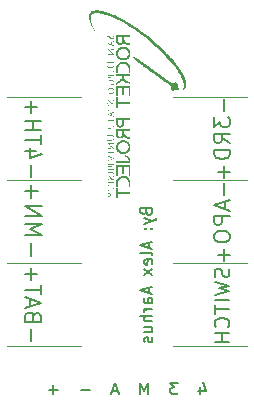
<source format=gbo>
G04 #@! TF.GenerationSoftware,KiCad,Pcbnew,7.0.7*
G04 #@! TF.CreationDate,2024-02-07T12:10:54-08:00*
G04 #@! TF.ProjectId,Raven Expansion,52617665-6e20-4457-9870-616e73696f6e,rev?*
G04 #@! TF.SameCoordinates,Original*
G04 #@! TF.FileFunction,Legend,Bot*
G04 #@! TF.FilePolarity,Positive*
%FSLAX46Y46*%
G04 Gerber Fmt 4.6, Leading zero omitted, Abs format (unit mm)*
G04 Created by KiCad (PCBNEW 7.0.7) date 2024-02-07 12:10:54*
%MOMM*%
%LPD*%
G01*
G04 APERTURE LIST*
%ADD10C,0.100000*%
%ADD11C,0.150000*%
%ADD12R,2.400000X2.400000*%
%ADD13C,2.400000*%
%ADD14C,3.200000*%
%ADD15R,1.700000X1.700000*%
%ADD16O,1.700000X1.700000*%
G04 APERTURE END LIST*
D10*
X39481250Y-40349999D02*
X45756251Y-40350000D01*
X39460000Y-33330000D02*
X45718750Y-33330666D01*
X31670000Y-54440000D02*
X25427500Y-54439334D01*
X31705000Y-33320000D02*
X25410000Y-33320000D01*
X39441249Y-54450000D02*
X45736251Y-54450000D01*
X31675000Y-40370000D02*
X25415000Y-40369333D01*
X39471250Y-47400000D02*
X45731250Y-47400667D01*
X31665000Y-47420001D02*
X25389999Y-47420000D01*
D11*
X37196009Y-43050112D02*
X37243628Y-43192969D01*
X37243628Y-43192969D02*
X37291247Y-43240588D01*
X37291247Y-43240588D02*
X37386485Y-43288207D01*
X37386485Y-43288207D02*
X37529342Y-43288207D01*
X37529342Y-43288207D02*
X37624580Y-43240588D01*
X37624580Y-43240588D02*
X37672200Y-43192969D01*
X37672200Y-43192969D02*
X37719819Y-43097731D01*
X37719819Y-43097731D02*
X37719819Y-42716779D01*
X37719819Y-42716779D02*
X36719819Y-42716779D01*
X36719819Y-42716779D02*
X36719819Y-43050112D01*
X36719819Y-43050112D02*
X36767438Y-43145350D01*
X36767438Y-43145350D02*
X36815057Y-43192969D01*
X36815057Y-43192969D02*
X36910295Y-43240588D01*
X36910295Y-43240588D02*
X37005533Y-43240588D01*
X37005533Y-43240588D02*
X37100771Y-43192969D01*
X37100771Y-43192969D02*
X37148390Y-43145350D01*
X37148390Y-43145350D02*
X37196009Y-43050112D01*
X37196009Y-43050112D02*
X37196009Y-42716779D01*
X37053152Y-43621541D02*
X37719819Y-43859636D01*
X37053152Y-44097731D02*
X37719819Y-43859636D01*
X37719819Y-43859636D02*
X37957914Y-43764398D01*
X37957914Y-43764398D02*
X38005533Y-43716779D01*
X38005533Y-43716779D02*
X38053152Y-43621541D01*
X37624580Y-44478684D02*
X37672200Y-44526303D01*
X37672200Y-44526303D02*
X37719819Y-44478684D01*
X37719819Y-44478684D02*
X37672200Y-44431065D01*
X37672200Y-44431065D02*
X37624580Y-44478684D01*
X37624580Y-44478684D02*
X37719819Y-44478684D01*
X37100771Y-44478684D02*
X37148390Y-44526303D01*
X37148390Y-44526303D02*
X37196009Y-44478684D01*
X37196009Y-44478684D02*
X37148390Y-44431065D01*
X37148390Y-44431065D02*
X37100771Y-44478684D01*
X37100771Y-44478684D02*
X37196009Y-44478684D01*
X37434104Y-45669160D02*
X37434104Y-46145350D01*
X37719819Y-45573922D02*
X36719819Y-45907255D01*
X36719819Y-45907255D02*
X37719819Y-46240588D01*
X37719819Y-46716779D02*
X37672200Y-46621541D01*
X37672200Y-46621541D02*
X37576961Y-46573922D01*
X37576961Y-46573922D02*
X36719819Y-46573922D01*
X37672200Y-47478684D02*
X37719819Y-47383446D01*
X37719819Y-47383446D02*
X37719819Y-47192970D01*
X37719819Y-47192970D02*
X37672200Y-47097732D01*
X37672200Y-47097732D02*
X37576961Y-47050113D01*
X37576961Y-47050113D02*
X37196009Y-47050113D01*
X37196009Y-47050113D02*
X37100771Y-47097732D01*
X37100771Y-47097732D02*
X37053152Y-47192970D01*
X37053152Y-47192970D02*
X37053152Y-47383446D01*
X37053152Y-47383446D02*
X37100771Y-47478684D01*
X37100771Y-47478684D02*
X37196009Y-47526303D01*
X37196009Y-47526303D02*
X37291247Y-47526303D01*
X37291247Y-47526303D02*
X37386485Y-47050113D01*
X37719819Y-47859637D02*
X37053152Y-48383446D01*
X37053152Y-47859637D02*
X37719819Y-48383446D01*
X37434104Y-49478685D02*
X37434104Y-49954875D01*
X37719819Y-49383447D02*
X36719819Y-49716780D01*
X36719819Y-49716780D02*
X37719819Y-50050113D01*
X37719819Y-50812018D02*
X37196009Y-50812018D01*
X37196009Y-50812018D02*
X37100771Y-50764399D01*
X37100771Y-50764399D02*
X37053152Y-50669161D01*
X37053152Y-50669161D02*
X37053152Y-50478685D01*
X37053152Y-50478685D02*
X37100771Y-50383447D01*
X37672200Y-50812018D02*
X37719819Y-50716780D01*
X37719819Y-50716780D02*
X37719819Y-50478685D01*
X37719819Y-50478685D02*
X37672200Y-50383447D01*
X37672200Y-50383447D02*
X37576961Y-50335828D01*
X37576961Y-50335828D02*
X37481723Y-50335828D01*
X37481723Y-50335828D02*
X37386485Y-50383447D01*
X37386485Y-50383447D02*
X37338866Y-50478685D01*
X37338866Y-50478685D02*
X37338866Y-50716780D01*
X37338866Y-50716780D02*
X37291247Y-50812018D01*
X37719819Y-51288209D02*
X37053152Y-51288209D01*
X37243628Y-51288209D02*
X37148390Y-51335828D01*
X37148390Y-51335828D02*
X37100771Y-51383447D01*
X37100771Y-51383447D02*
X37053152Y-51478685D01*
X37053152Y-51478685D02*
X37053152Y-51573923D01*
X37719819Y-51907257D02*
X36719819Y-51907257D01*
X37719819Y-52335828D02*
X37196009Y-52335828D01*
X37196009Y-52335828D02*
X37100771Y-52288209D01*
X37100771Y-52288209D02*
X37053152Y-52192971D01*
X37053152Y-52192971D02*
X37053152Y-52050114D01*
X37053152Y-52050114D02*
X37100771Y-51954876D01*
X37100771Y-51954876D02*
X37148390Y-51907257D01*
X37053152Y-53240590D02*
X37719819Y-53240590D01*
X37053152Y-52812019D02*
X37576961Y-52812019D01*
X37576961Y-52812019D02*
X37672200Y-52859638D01*
X37672200Y-52859638D02*
X37719819Y-52954876D01*
X37719819Y-52954876D02*
X37719819Y-53097733D01*
X37719819Y-53097733D02*
X37672200Y-53192971D01*
X37672200Y-53192971D02*
X37624580Y-53240590D01*
X37672200Y-53669162D02*
X37719819Y-53764400D01*
X37719819Y-53764400D02*
X37719819Y-53954876D01*
X37719819Y-53954876D02*
X37672200Y-54050114D01*
X37672200Y-54050114D02*
X37576961Y-54097733D01*
X37576961Y-54097733D02*
X37529342Y-54097733D01*
X37529342Y-54097733D02*
X37434104Y-54050114D01*
X37434104Y-54050114D02*
X37386485Y-53954876D01*
X37386485Y-53954876D02*
X37386485Y-53812019D01*
X37386485Y-53812019D02*
X37338866Y-53716781D01*
X37338866Y-53716781D02*
X37243628Y-53669162D01*
X37243628Y-53669162D02*
X37196009Y-53669162D01*
X37196009Y-53669162D02*
X37100771Y-53716781D01*
X37100771Y-53716781D02*
X37053152Y-53812019D01*
X37053152Y-53812019D02*
X37053152Y-53954876D01*
X37053152Y-53954876D02*
X37100771Y-54050114D01*
X32420743Y-58138866D02*
X31658839Y-58138866D01*
X39876646Y-57519819D02*
X39257599Y-57519819D01*
X39257599Y-57519819D02*
X39590932Y-57900771D01*
X39590932Y-57900771D02*
X39448075Y-57900771D01*
X39448075Y-57900771D02*
X39352837Y-57948390D01*
X39352837Y-57948390D02*
X39305218Y-57996009D01*
X39305218Y-57996009D02*
X39257599Y-58091247D01*
X39257599Y-58091247D02*
X39257599Y-58329342D01*
X39257599Y-58329342D02*
X39305218Y-58424580D01*
X39305218Y-58424580D02*
X39352837Y-58472200D01*
X39352837Y-58472200D02*
X39448075Y-58519819D01*
X39448075Y-58519819D02*
X39733789Y-58519819D01*
X39733789Y-58519819D02*
X39829027Y-58472200D01*
X39829027Y-58472200D02*
X39876646Y-58424580D01*
X44198200Y-47866779D02*
X44257723Y-48045350D01*
X44257723Y-48045350D02*
X44257723Y-48342969D01*
X44257723Y-48342969D02*
X44198200Y-48462017D01*
X44198200Y-48462017D02*
X44138676Y-48521541D01*
X44138676Y-48521541D02*
X44019628Y-48581064D01*
X44019628Y-48581064D02*
X43900580Y-48581064D01*
X43900580Y-48581064D02*
X43781533Y-48521541D01*
X43781533Y-48521541D02*
X43722009Y-48462017D01*
X43722009Y-48462017D02*
X43662485Y-48342969D01*
X43662485Y-48342969D02*
X43602961Y-48104874D01*
X43602961Y-48104874D02*
X43543438Y-47985826D01*
X43543438Y-47985826D02*
X43483914Y-47926303D01*
X43483914Y-47926303D02*
X43364866Y-47866779D01*
X43364866Y-47866779D02*
X43245819Y-47866779D01*
X43245819Y-47866779D02*
X43126771Y-47926303D01*
X43126771Y-47926303D02*
X43067247Y-47985826D01*
X43067247Y-47985826D02*
X43007723Y-48104874D01*
X43007723Y-48104874D02*
X43007723Y-48402493D01*
X43007723Y-48402493D02*
X43067247Y-48581064D01*
X43007723Y-48997731D02*
X44257723Y-49295350D01*
X44257723Y-49295350D02*
X43364866Y-49533445D01*
X43364866Y-49533445D02*
X44257723Y-49771540D01*
X44257723Y-49771540D02*
X43007723Y-50069160D01*
X44257723Y-50545350D02*
X43007723Y-50545350D01*
X43007723Y-50962016D02*
X43007723Y-51676302D01*
X44257723Y-51319159D02*
X43007723Y-51319159D01*
X44138676Y-52807254D02*
X44198200Y-52747730D01*
X44198200Y-52747730D02*
X44257723Y-52569159D01*
X44257723Y-52569159D02*
X44257723Y-52450111D01*
X44257723Y-52450111D02*
X44198200Y-52271540D01*
X44198200Y-52271540D02*
X44079152Y-52152492D01*
X44079152Y-52152492D02*
X43960104Y-52092969D01*
X43960104Y-52092969D02*
X43722009Y-52033445D01*
X43722009Y-52033445D02*
X43543438Y-52033445D01*
X43543438Y-52033445D02*
X43305342Y-52092969D01*
X43305342Y-52092969D02*
X43186295Y-52152492D01*
X43186295Y-52152492D02*
X43067247Y-52271540D01*
X43067247Y-52271540D02*
X43007723Y-52450111D01*
X43007723Y-52450111D02*
X43007723Y-52569159D01*
X43007723Y-52569159D02*
X43067247Y-52747730D01*
X43067247Y-52747730D02*
X43126771Y-52807254D01*
X44257723Y-53342969D02*
X43007723Y-53342969D01*
X43602961Y-53342969D02*
X43602961Y-54057254D01*
X44257723Y-54057254D02*
X43007723Y-54057254D01*
X27476133Y-46826077D02*
X27476133Y-45721316D01*
X26923752Y-45030839D02*
X28373752Y-45030839D01*
X28373752Y-45030839D02*
X27338038Y-44547506D01*
X27338038Y-44547506D02*
X28373752Y-44064173D01*
X28373752Y-44064173D02*
X26923752Y-44064173D01*
X26923752Y-43373696D02*
X28373752Y-43373696D01*
X28373752Y-43373696D02*
X26923752Y-42545125D01*
X26923752Y-42545125D02*
X28373752Y-42545125D01*
X27476133Y-41854648D02*
X27476133Y-40749887D01*
X26923752Y-41302267D02*
X28028514Y-41302267D01*
X43772700Y-40590777D02*
X43772700Y-41619349D01*
X43901271Y-42197920D02*
X43901271Y-42840778D01*
X44286985Y-42069349D02*
X42936985Y-42519349D01*
X42936985Y-42519349D02*
X44286985Y-42969349D01*
X44286985Y-43419349D02*
X42936985Y-43419349D01*
X42936985Y-43419349D02*
X42936985Y-43933635D01*
X42936985Y-43933635D02*
X43001271Y-44062206D01*
X43001271Y-44062206D02*
X43065557Y-44126492D01*
X43065557Y-44126492D02*
X43194128Y-44190778D01*
X43194128Y-44190778D02*
X43386985Y-44190778D01*
X43386985Y-44190778D02*
X43515557Y-44126492D01*
X43515557Y-44126492D02*
X43579842Y-44062206D01*
X43579842Y-44062206D02*
X43644128Y-43933635D01*
X43644128Y-43933635D02*
X43644128Y-43419349D01*
X42936985Y-45026492D02*
X42936985Y-45283635D01*
X42936985Y-45283635D02*
X43001271Y-45412206D01*
X43001271Y-45412206D02*
X43129842Y-45540778D01*
X43129842Y-45540778D02*
X43386985Y-45605063D01*
X43386985Y-45605063D02*
X43836985Y-45605063D01*
X43836985Y-45605063D02*
X44094128Y-45540778D01*
X44094128Y-45540778D02*
X44222700Y-45412206D01*
X44222700Y-45412206D02*
X44286985Y-45283635D01*
X44286985Y-45283635D02*
X44286985Y-45026492D01*
X44286985Y-45026492D02*
X44222700Y-44897921D01*
X44222700Y-44897921D02*
X44094128Y-44769349D01*
X44094128Y-44769349D02*
X43836985Y-44705063D01*
X43836985Y-44705063D02*
X43386985Y-44705063D01*
X43386985Y-44705063D02*
X43129842Y-44769349D01*
X43129842Y-44769349D02*
X43001271Y-44897921D01*
X43001271Y-44897921D02*
X42936985Y-45026492D01*
X43772700Y-46183635D02*
X43772700Y-47212207D01*
X44286985Y-46697921D02*
X43258414Y-46697921D01*
X29713220Y-58128866D02*
X28951316Y-58128866D01*
X29332268Y-58509819D02*
X29332268Y-57747914D01*
X27467300Y-54029887D02*
X27467300Y-53001316D01*
X27660157Y-51908458D02*
X27595871Y-51715601D01*
X27595871Y-51715601D02*
X27531585Y-51651315D01*
X27531585Y-51651315D02*
X27403014Y-51587029D01*
X27403014Y-51587029D02*
X27210157Y-51587029D01*
X27210157Y-51587029D02*
X27081585Y-51651315D01*
X27081585Y-51651315D02*
X27017300Y-51715601D01*
X27017300Y-51715601D02*
X26953014Y-51844172D01*
X26953014Y-51844172D02*
X26953014Y-52358458D01*
X26953014Y-52358458D02*
X28303014Y-52358458D01*
X28303014Y-52358458D02*
X28303014Y-51908458D01*
X28303014Y-51908458D02*
X28238728Y-51779887D01*
X28238728Y-51779887D02*
X28174442Y-51715601D01*
X28174442Y-51715601D02*
X28045871Y-51651315D01*
X28045871Y-51651315D02*
X27917300Y-51651315D01*
X27917300Y-51651315D02*
X27788728Y-51715601D01*
X27788728Y-51715601D02*
X27724442Y-51779887D01*
X27724442Y-51779887D02*
X27660157Y-51908458D01*
X27660157Y-51908458D02*
X27660157Y-52358458D01*
X27338728Y-51072744D02*
X27338728Y-50429887D01*
X26953014Y-51201315D02*
X28303014Y-50751315D01*
X28303014Y-50751315D02*
X26953014Y-50301315D01*
X28303014Y-50044172D02*
X28303014Y-49272744D01*
X26953014Y-49658458D02*
X28303014Y-49658458D01*
X27467300Y-48822744D02*
X27467300Y-47794173D01*
X26953014Y-48308458D02*
X27981585Y-48308458D01*
X41774649Y-57853152D02*
X41774649Y-58519819D01*
X42012744Y-57472200D02*
X42250839Y-58186485D01*
X42250839Y-58186485D02*
X41631792Y-58186485D01*
X37359599Y-58519819D02*
X37359599Y-57519819D01*
X37359599Y-57519819D02*
X37026266Y-58234104D01*
X37026266Y-58234104D02*
X36692933Y-57519819D01*
X36692933Y-57519819D02*
X36692933Y-58519819D01*
X27467300Y-40119887D02*
X27467300Y-39091316D01*
X27853014Y-37869887D02*
X26953014Y-37869887D01*
X28367300Y-38191315D02*
X27403014Y-38512744D01*
X27403014Y-38512744D02*
X27403014Y-37677029D01*
X28303014Y-37355601D02*
X28303014Y-36584173D01*
X26953014Y-36969887D02*
X28303014Y-36969887D01*
X26953014Y-36134173D02*
X28303014Y-36134173D01*
X27660157Y-36134173D02*
X27660157Y-35362744D01*
X26953014Y-35362744D02*
X28303014Y-35362744D01*
X27467300Y-34719887D02*
X27467300Y-33691316D01*
X26953014Y-34205601D02*
X27981585Y-34205601D01*
X43772700Y-33510112D02*
X43772700Y-34538684D01*
X42936985Y-35052970D02*
X42936985Y-35888684D01*
X42936985Y-35888684D02*
X43451271Y-35438684D01*
X43451271Y-35438684D02*
X43451271Y-35631541D01*
X43451271Y-35631541D02*
X43515557Y-35760113D01*
X43515557Y-35760113D02*
X43579842Y-35824398D01*
X43579842Y-35824398D02*
X43708414Y-35888684D01*
X43708414Y-35888684D02*
X44029842Y-35888684D01*
X44029842Y-35888684D02*
X44158414Y-35824398D01*
X44158414Y-35824398D02*
X44222700Y-35760113D01*
X44222700Y-35760113D02*
X44286985Y-35631541D01*
X44286985Y-35631541D02*
X44286985Y-35245827D01*
X44286985Y-35245827D02*
X44222700Y-35117255D01*
X44222700Y-35117255D02*
X44158414Y-35052970D01*
X44286985Y-37238684D02*
X43644128Y-36788684D01*
X44286985Y-36467255D02*
X42936985Y-36467255D01*
X42936985Y-36467255D02*
X42936985Y-36981541D01*
X42936985Y-36981541D02*
X43001271Y-37110112D01*
X43001271Y-37110112D02*
X43065557Y-37174398D01*
X43065557Y-37174398D02*
X43194128Y-37238684D01*
X43194128Y-37238684D02*
X43386985Y-37238684D01*
X43386985Y-37238684D02*
X43515557Y-37174398D01*
X43515557Y-37174398D02*
X43579842Y-37110112D01*
X43579842Y-37110112D02*
X43644128Y-36981541D01*
X43644128Y-36981541D02*
X43644128Y-36467255D01*
X44286985Y-37817255D02*
X42936985Y-37817255D01*
X42936985Y-37817255D02*
X42936985Y-38138684D01*
X42936985Y-38138684D02*
X43001271Y-38331541D01*
X43001271Y-38331541D02*
X43129842Y-38460112D01*
X43129842Y-38460112D02*
X43258414Y-38524398D01*
X43258414Y-38524398D02*
X43515557Y-38588684D01*
X43515557Y-38588684D02*
X43708414Y-38588684D01*
X43708414Y-38588684D02*
X43965557Y-38524398D01*
X43965557Y-38524398D02*
X44094128Y-38460112D01*
X44094128Y-38460112D02*
X44222700Y-38331541D01*
X44222700Y-38331541D02*
X44286985Y-38138684D01*
X44286985Y-38138684D02*
X44286985Y-37817255D01*
X43772700Y-39167255D02*
X43772700Y-40195827D01*
X44286985Y-39681541D02*
X43258414Y-39681541D01*
X34794933Y-58224104D02*
X34318743Y-58224104D01*
X34890171Y-58509819D02*
X34556838Y-57509819D01*
X34556838Y-57509819D02*
X34223505Y-58509819D01*
G36*
X34819887Y-33557570D02*
G01*
X34821220Y-33744260D01*
X35348270Y-33745553D01*
X35875320Y-33746847D01*
X35875320Y-33825563D01*
X35875320Y-33904280D01*
X35347000Y-33904280D01*
X34818680Y-33904280D01*
X34818680Y-34077000D01*
X34818680Y-34249720D01*
X34737400Y-34249720D01*
X34656120Y-34249720D01*
X34656120Y-33810300D01*
X34656120Y-33370880D01*
X34737337Y-33370880D01*
X34818554Y-33370880D01*
X34819887Y-33557570D01*
G37*
G36*
X34818680Y-41216940D02*
G01*
X34818680Y-41402360D01*
X35347128Y-41402360D01*
X35875577Y-41402360D01*
X35874178Y-41482370D01*
X35872780Y-41562380D01*
X35345730Y-41563673D01*
X34818680Y-41564967D01*
X34818680Y-41737792D01*
X34818680Y-41910617D01*
X34738670Y-41909218D01*
X34658660Y-41907820D01*
X34657361Y-41469670D01*
X34656063Y-41031520D01*
X34737371Y-41031520D01*
X34818680Y-41031520D01*
X34818680Y-41216940D01*
G37*
G36*
X35874077Y-32836210D02*
G01*
X35872780Y-33281980D01*
X35795310Y-33283382D01*
X35717840Y-33284784D01*
X35717840Y-32916352D01*
X35717840Y-32547920D01*
X35534960Y-32547920D01*
X35352080Y-32547920D01*
X35352080Y-32837480D01*
X35352080Y-33127040D01*
X35270800Y-33127040D01*
X35189520Y-33127040D01*
X35189520Y-32837480D01*
X35189520Y-32547920D01*
X35004100Y-32547920D01*
X34818680Y-32547920D01*
X34818680Y-32916348D01*
X34818680Y-33284777D01*
X34738670Y-33283378D01*
X34658660Y-33281980D01*
X34657362Y-32836210D01*
X34656064Y-32390440D01*
X35265720Y-32390440D01*
X35875375Y-32390440D01*
X35874077Y-32836210D01*
G37*
G36*
X35875320Y-39548160D02*
G01*
X35875320Y-39995200D01*
X35796580Y-39995200D01*
X35717840Y-39995200D01*
X35717840Y-39629440D01*
X35717840Y-39263680D01*
X35534960Y-39263680D01*
X35352080Y-39263680D01*
X35352080Y-39550700D01*
X35352080Y-39837720D01*
X35270800Y-39837720D01*
X35189520Y-39837720D01*
X35189520Y-39550700D01*
X35189520Y-39263680D01*
X35004100Y-39263680D01*
X34818680Y-39263680D01*
X34818680Y-39629440D01*
X34818680Y-39995200D01*
X34737400Y-39995200D01*
X34656120Y-39995200D01*
X34656120Y-39548160D01*
X34656120Y-39101120D01*
X35265720Y-39101120D01*
X35875320Y-39101120D01*
X35875320Y-39548160D01*
G37*
G36*
X35475270Y-38269620D02*
G01*
X35524695Y-38275604D01*
X35586177Y-38290751D01*
X35644071Y-38313671D01*
X35697278Y-38343720D01*
X35744700Y-38380256D01*
X35785237Y-38422635D01*
X35817793Y-38470213D01*
X35825543Y-38484387D01*
X35842543Y-38520897D01*
X35854294Y-38557133D01*
X35862477Y-38597903D01*
X35864438Y-38614329D01*
X35866545Y-38643453D01*
X35868163Y-38680665D01*
X35869247Y-38724810D01*
X35869747Y-38774730D01*
X35870240Y-38908080D01*
X35263180Y-38908080D01*
X34656120Y-38908080D01*
X34656120Y-38829340D01*
X34656120Y-38750600D01*
X35184440Y-38750600D01*
X35712760Y-38750600D01*
X35712760Y-38695172D01*
X35710875Y-38651845D01*
X35704761Y-38615224D01*
X35693779Y-38583005D01*
X35677296Y-38552629D01*
X35676822Y-38551896D01*
X35657115Y-38526498D01*
X35631563Y-38500508D01*
X35603607Y-38477113D01*
X35576689Y-38459498D01*
X35571582Y-38456951D01*
X35552667Y-38449252D01*
X35528695Y-38441085D01*
X35502571Y-38433284D01*
X35477200Y-38426681D01*
X35455484Y-38422109D01*
X35440328Y-38420400D01*
X35428280Y-38420400D01*
X35428280Y-38343433D01*
X35428280Y-38266467D01*
X35475270Y-38269620D01*
G37*
G36*
X33962253Y-31054519D02*
G01*
X33965660Y-31057204D01*
X33968731Y-31065212D01*
X33972486Y-31080887D01*
X33972879Y-31082536D01*
X33975020Y-31088087D01*
X33978851Y-31092692D01*
X33985220Y-31096429D01*
X33994972Y-31099374D01*
X34008955Y-31101606D01*
X34028015Y-31103201D01*
X34053000Y-31104238D01*
X34084756Y-31104793D01*
X34124130Y-31104944D01*
X34171969Y-31104768D01*
X34229120Y-31104343D01*
X34261502Y-31104064D01*
X34310593Y-31103571D01*
X34350923Y-31102973D01*
X34383382Y-31102159D01*
X34408860Y-31101015D01*
X34428246Y-31099429D01*
X34442430Y-31097289D01*
X34452301Y-31094482D01*
X34458750Y-31090896D01*
X34462666Y-31086418D01*
X34464939Y-31080936D01*
X34466458Y-31074338D01*
X34469824Y-31063040D01*
X34473896Y-31056534D01*
X34475235Y-31059973D01*
X34476473Y-31072085D01*
X34477449Y-31091436D01*
X34478089Y-31116522D01*
X34478320Y-31145840D01*
X34478131Y-31172709D01*
X34477351Y-31200981D01*
X34476028Y-31221035D01*
X34474233Y-31232481D01*
X34472032Y-31234934D01*
X34469497Y-31228004D01*
X34466695Y-31211304D01*
X34465986Y-31205510D01*
X34464945Y-31197848D01*
X34463198Y-31191525D01*
X34459883Y-31186408D01*
X34454144Y-31182362D01*
X34445119Y-31179254D01*
X34431951Y-31176950D01*
X34413779Y-31175315D01*
X34389744Y-31174217D01*
X34358987Y-31173520D01*
X34320649Y-31173092D01*
X34273870Y-31172797D01*
X34217792Y-31172502D01*
X34180181Y-31172353D01*
X34134959Y-31172340D01*
X34093584Y-31172513D01*
X34057109Y-31172856D01*
X34026585Y-31173355D01*
X34003065Y-31173998D01*
X33987600Y-31174769D01*
X33981242Y-31175656D01*
X33980928Y-31175873D01*
X33975237Y-31184036D01*
X33970952Y-31196873D01*
X33970681Y-31198128D01*
X33966668Y-31209729D01*
X33961952Y-31215515D01*
X33960953Y-31215238D01*
X33958901Y-31208818D01*
X33957480Y-31193796D01*
X33956653Y-31169656D01*
X33956386Y-31135885D01*
X33956498Y-31117882D01*
X33957083Y-31092610D01*
X33958086Y-31072494D01*
X33959414Y-31059201D01*
X33960972Y-31054400D01*
X33962253Y-31054519D01*
G37*
G36*
X33966842Y-37950389D02*
G01*
X33969475Y-37960660D01*
X33969741Y-37963184D01*
X33970546Y-37970469D01*
X33971938Y-37976493D01*
X33974785Y-37981374D01*
X33979958Y-37985234D01*
X33988328Y-37988191D01*
X34000765Y-37990366D01*
X34018139Y-37991877D01*
X34041321Y-37992845D01*
X34071182Y-37993390D01*
X34108591Y-37993631D01*
X34154419Y-37993687D01*
X34209536Y-37993680D01*
X34211460Y-37993679D01*
X34268983Y-37993640D01*
X34317194Y-37993452D01*
X34356915Y-37993006D01*
X34388969Y-37992193D01*
X34414179Y-37990905D01*
X34433366Y-37989031D01*
X34447353Y-37986462D01*
X34456963Y-37983091D01*
X34463019Y-37978807D01*
X34466342Y-37973501D01*
X34467756Y-37967065D01*
X34468082Y-37959390D01*
X34469244Y-37952267D01*
X34473240Y-37947960D01*
X34474222Y-37949119D01*
X34475959Y-37958718D01*
X34477245Y-37977467D01*
X34478045Y-38004686D01*
X34478320Y-38039699D01*
X34478275Y-38055495D01*
X34477787Y-38087999D01*
X34476776Y-38111143D01*
X34475255Y-38124664D01*
X34473240Y-38128300D01*
X34469750Y-38122101D01*
X34468160Y-38110459D01*
X34465134Y-38089492D01*
X34455156Y-38074163D01*
X34438173Y-38066154D01*
X34434815Y-38065722D01*
X34421166Y-38064919D01*
X34399114Y-38064187D01*
X34369823Y-38063544D01*
X34334455Y-38063011D01*
X34294172Y-38062606D01*
X34250137Y-38062349D01*
X34203514Y-38062260D01*
X34151903Y-38062263D01*
X34106236Y-38062344D01*
X34069020Y-38062613D01*
X34039377Y-38063182D01*
X34016428Y-38064161D01*
X33999292Y-38065663D01*
X33987091Y-38067797D01*
X33978947Y-38070675D01*
X33973979Y-38074408D01*
X33971308Y-38079107D01*
X33970056Y-38084883D01*
X33969343Y-38091848D01*
X33969222Y-38092968D01*
X33966592Y-38103205D01*
X33962700Y-38106710D01*
X33962214Y-38106332D01*
X33960302Y-38098740D01*
X33958855Y-38082252D01*
X33957939Y-38057896D01*
X33957620Y-38026700D01*
X33957636Y-38019165D01*
X33958095Y-37989412D01*
X33959135Y-37966731D01*
X33960692Y-37952147D01*
X33962700Y-37946690D01*
X33962830Y-37946662D01*
X33966842Y-37950389D01*
G37*
G36*
X33963614Y-40507682D02*
G01*
X33967636Y-40513545D01*
X33970799Y-40525376D01*
X33971502Y-40529599D01*
X33974366Y-40541253D01*
X33979547Y-40547914D01*
X33989637Y-40551655D01*
X34007223Y-40554549D01*
X34007560Y-40554596D01*
X34021315Y-40555709D01*
X34043619Y-40556620D01*
X34072927Y-40557330D01*
X34107689Y-40557838D01*
X34146358Y-40558144D01*
X34187386Y-40558248D01*
X34229224Y-40558149D01*
X34270326Y-40557848D01*
X34309143Y-40557343D01*
X34344126Y-40556635D01*
X34373729Y-40555723D01*
X34396404Y-40554608D01*
X34413694Y-40553339D01*
X34437272Y-40550595D01*
X34453019Y-40546608D01*
X34462423Y-40540660D01*
X34466974Y-40532033D01*
X34468160Y-40520009D01*
X34469310Y-40512595D01*
X34473240Y-40508280D01*
X34474222Y-40509439D01*
X34475959Y-40519038D01*
X34477245Y-40537787D01*
X34478045Y-40565006D01*
X34478320Y-40600019D01*
X34478275Y-40615815D01*
X34477787Y-40648319D01*
X34476776Y-40671463D01*
X34475255Y-40684984D01*
X34473240Y-40688620D01*
X34472925Y-40688393D01*
X34469549Y-40681016D01*
X34468160Y-40668562D01*
X34465422Y-40653436D01*
X34458452Y-40639652D01*
X34454578Y-40635445D01*
X34447942Y-40631124D01*
X34437935Y-40628222D01*
X34422295Y-40626160D01*
X34398762Y-40624359D01*
X34392733Y-40624001D01*
X34369256Y-40623044D01*
X34339107Y-40622272D01*
X34303814Y-40621685D01*
X34264909Y-40621282D01*
X34223921Y-40621061D01*
X34182381Y-40621023D01*
X34141818Y-40621165D01*
X34103763Y-40621489D01*
X34069746Y-40621992D01*
X34041297Y-40622674D01*
X34019946Y-40623533D01*
X34007223Y-40624570D01*
X34002268Y-40625285D01*
X33986883Y-40628096D01*
X33978293Y-40632050D01*
X33973840Y-40639088D01*
X33970870Y-40651152D01*
X33970679Y-40652048D01*
X33966676Y-40663607D01*
X33961856Y-40669427D01*
X33960516Y-40668838D01*
X33958623Y-40661927D01*
X33957418Y-40646900D01*
X33956860Y-40623080D01*
X33956906Y-40589791D01*
X33957028Y-40579321D01*
X33957779Y-40549655D01*
X33959022Y-40527133D01*
X33960685Y-40512757D01*
X33962700Y-40507534D01*
X33963614Y-40507682D01*
G37*
G36*
X34293919Y-32544552D02*
G01*
X34344918Y-32563716D01*
X34346250Y-32564357D01*
X34384299Y-32588153D01*
X34418423Y-32619875D01*
X34447187Y-32657647D01*
X34469154Y-32699596D01*
X34482889Y-32743847D01*
X34484832Y-32755701D01*
X34487076Y-32786634D01*
X34486709Y-32821427D01*
X34483950Y-32856611D01*
X34479018Y-32888721D01*
X34472133Y-32914287D01*
X34471542Y-32915879D01*
X34448176Y-32965667D01*
X34418171Y-33007866D01*
X34381628Y-33042357D01*
X34338648Y-33069022D01*
X34295637Y-33086441D01*
X34245634Y-33097969D01*
X34196004Y-33100630D01*
X34147907Y-33094585D01*
X34102504Y-33079992D01*
X34060954Y-33057011D01*
X34024419Y-33025802D01*
X34015330Y-33015815D01*
X33985793Y-32974452D01*
X33964872Y-32928238D01*
X33952425Y-32876783D01*
X33948308Y-32819700D01*
X33949262Y-32796134D01*
X33974220Y-32796134D01*
X33976334Y-32843761D01*
X33986617Y-32884579D01*
X34005894Y-32922818D01*
X34033053Y-32956429D01*
X34067131Y-32984445D01*
X34107161Y-33005899D01*
X34152180Y-33019826D01*
X34178150Y-33023443D01*
X34211727Y-33025135D01*
X34247618Y-33024664D01*
X34281914Y-33022089D01*
X34310704Y-33017468D01*
X34344074Y-33006706D01*
X34380080Y-32987036D01*
X34410678Y-32961139D01*
X34434373Y-32930324D01*
X34449669Y-32895900D01*
X34455653Y-32871559D01*
X34459704Y-32826117D01*
X34453832Y-32781753D01*
X34437961Y-32737428D01*
X34425752Y-32715527D01*
X34398535Y-32682146D01*
X34364104Y-32653769D01*
X34323990Y-32631564D01*
X34279727Y-32616702D01*
X34251994Y-32612068D01*
X34217484Y-32609549D01*
X34181448Y-32609493D01*
X34147681Y-32611898D01*
X34119977Y-32616764D01*
X34086864Y-32628239D01*
X34049586Y-32649800D01*
X34019178Y-32678167D01*
X33996146Y-32712541D01*
X33980992Y-32752129D01*
X33974220Y-32796134D01*
X33949262Y-32796134D01*
X33949852Y-32781571D01*
X33957439Y-32734606D01*
X33971960Y-32692958D01*
X33994085Y-32654864D01*
X34024480Y-32618559D01*
X34053347Y-32592322D01*
X34096548Y-32564134D01*
X34143103Y-32545110D01*
X34181448Y-32537515D01*
X34192114Y-32535402D01*
X34242685Y-32535165D01*
X34293919Y-32544552D01*
G37*
G36*
X34039611Y-34042287D02*
G01*
X34036193Y-34047280D01*
X34023562Y-34054526D01*
X34021123Y-34055723D01*
X34009894Y-34062958D01*
X34001737Y-34072564D01*
X33996193Y-34086093D01*
X33992801Y-34105097D01*
X33991103Y-34131127D01*
X33990640Y-34165736D01*
X33990640Y-34234480D01*
X34211289Y-34234480D01*
X34266810Y-34234445D01*
X34315441Y-34234266D01*
X34355530Y-34233833D01*
X34387902Y-34233037D01*
X34413382Y-34231768D01*
X34432796Y-34229918D01*
X34446967Y-34227378D01*
X34456723Y-34224037D01*
X34462886Y-34219787D01*
X34466284Y-34214518D01*
X34467741Y-34208122D01*
X34468082Y-34200489D01*
X34469115Y-34193304D01*
X34473240Y-34186220D01*
X34474232Y-34186685D01*
X34475999Y-34195013D01*
X34477279Y-34213119D01*
X34478057Y-34240752D01*
X34478320Y-34277660D01*
X34478262Y-34296101D01*
X34477756Y-34328692D01*
X34476741Y-34351890D01*
X34475231Y-34365443D01*
X34473240Y-34369100D01*
X34469750Y-34362901D01*
X34468160Y-34351259D01*
X34468159Y-34351059D01*
X34465365Y-34332589D01*
X34458228Y-34316792D01*
X34448421Y-34307387D01*
X34444783Y-34306801D01*
X34431671Y-34305938D01*
X34410220Y-34305071D01*
X34381503Y-34304227D01*
X34346593Y-34303434D01*
X34306562Y-34302716D01*
X34262483Y-34302101D01*
X34215430Y-34301616D01*
X33990640Y-34299695D01*
X33990668Y-34362337D01*
X33991058Y-34387017D01*
X33992187Y-34411468D01*
X33993877Y-34431354D01*
X33995945Y-34443880D01*
X34003549Y-34460497D01*
X34017437Y-34473590D01*
X34034950Y-34478320D01*
X34042207Y-34479381D01*
X34046520Y-34483088D01*
X34044264Y-34485798D01*
X34034086Y-34489237D01*
X34017981Y-34491758D01*
X33998455Y-34493012D01*
X33978016Y-34492647D01*
X33952692Y-34491020D01*
X33955156Y-34468160D01*
X33955656Y-34460913D01*
X33956276Y-34442873D01*
X33956774Y-34417303D01*
X33957150Y-34385761D01*
X33957404Y-34349802D01*
X33957536Y-34310982D01*
X33957546Y-34270858D01*
X33957436Y-34230986D01*
X33957205Y-34192921D01*
X33956853Y-34158221D01*
X33956382Y-34128440D01*
X33955790Y-34105136D01*
X33955080Y-34089865D01*
X33952540Y-34054470D01*
X33992644Y-34045134D01*
X34002034Y-34043084D01*
X34021788Y-34039963D01*
X34034562Y-34039773D01*
X34039611Y-34042287D01*
G37*
G36*
X34455863Y-40046800D02*
G01*
X34456875Y-40047040D01*
X34467146Y-40054978D01*
X34476122Y-40072224D01*
X34483400Y-40098030D01*
X34484683Y-40106887D01*
X34486062Y-40126185D01*
X34486741Y-40150153D01*
X34486586Y-40175540D01*
X34486494Y-40179078D01*
X34485279Y-40206196D01*
X34483067Y-40226307D01*
X34479415Y-40242239D01*
X34473883Y-40256820D01*
X34467527Y-40269547D01*
X34445537Y-40299537D01*
X34417659Y-40321839D01*
X34384937Y-40335755D01*
X34348414Y-40340590D01*
X34344748Y-40340564D01*
X34314529Y-40337511D01*
X34286774Y-40328814D01*
X34260338Y-40313679D01*
X34234076Y-40291308D01*
X34206846Y-40260906D01*
X34177502Y-40221676D01*
X34166534Y-40206224D01*
X34142222Y-40173874D01*
X34121219Y-40149328D01*
X34102529Y-40131729D01*
X34085161Y-40120219D01*
X34068120Y-40113942D01*
X34050413Y-40112040D01*
X34025960Y-40116290D01*
X34004916Y-40129091D01*
X33988996Y-40149518D01*
X33978918Y-40176639D01*
X33975400Y-40209522D01*
X33975908Y-40224094D01*
X33981285Y-40255771D01*
X33992118Y-40280944D01*
X34007897Y-40298657D01*
X34028107Y-40307953D01*
X34040119Y-40311041D01*
X34049221Y-40315356D01*
X34049029Y-40319235D01*
X34040056Y-40322384D01*
X34022814Y-40324511D01*
X33997814Y-40325322D01*
X33956728Y-40325400D01*
X33950238Y-40268250D01*
X33947233Y-40223858D01*
X33949697Y-40180721D01*
X33958554Y-40144478D01*
X33973973Y-40114462D01*
X33996128Y-40090009D01*
X34007192Y-40081535D01*
X34037250Y-40066744D01*
X34069515Y-40061204D01*
X34102719Y-40064846D01*
X34135594Y-40077601D01*
X34166874Y-40099398D01*
X34169799Y-40102065D01*
X34183762Y-40116398D01*
X34201235Y-40136096D01*
X34220273Y-40158915D01*
X34238935Y-40182613D01*
X34246360Y-40192298D01*
X34271417Y-40223723D01*
X34292647Y-40247601D01*
X34311273Y-40264781D01*
X34328517Y-40276113D01*
X34345602Y-40282447D01*
X34363753Y-40284633D01*
X34384193Y-40283521D01*
X34406754Y-40278101D01*
X34429636Y-40264053D01*
X34446331Y-40242327D01*
X34456529Y-40213355D01*
X34459921Y-40177569D01*
X34457508Y-40147156D01*
X34448228Y-40115323D01*
X34432284Y-40090502D01*
X34409995Y-40073160D01*
X34381681Y-40063760D01*
X34377151Y-40062888D01*
X34365959Y-40059542D01*
X34361480Y-40056169D01*
X34364662Y-40054402D01*
X34375630Y-40052084D01*
X34391864Y-40049832D01*
X34410685Y-40047911D01*
X34429412Y-40046588D01*
X34445365Y-40046129D01*
X34455863Y-40046800D01*
G37*
G36*
X34038812Y-40812938D02*
G01*
X34038689Y-40814505D01*
X34033186Y-40820754D01*
X34022357Y-40828843D01*
X34016256Y-40832973D01*
X34006383Y-40841293D01*
X33999429Y-40851005D01*
X33994889Y-40863861D01*
X33992260Y-40881612D01*
X33991036Y-40906011D01*
X33990714Y-40938810D01*
X33990640Y-41011200D01*
X34184950Y-41010976D01*
X34239781Y-41010851D01*
X34292355Y-41010508D01*
X34336237Y-41009849D01*
X34372204Y-41008768D01*
X34401033Y-41007158D01*
X34423500Y-41004912D01*
X34440380Y-41001924D01*
X34452451Y-40998088D01*
X34460488Y-40993296D01*
X34465267Y-40987444D01*
X34467566Y-40980423D01*
X34468160Y-40972129D01*
X34469310Y-40964715D01*
X34473240Y-40960400D01*
X34474222Y-40961559D01*
X34475959Y-40971158D01*
X34477245Y-40989907D01*
X34478045Y-41017126D01*
X34478320Y-41052139D01*
X34478131Y-41078991D01*
X34477349Y-41107231D01*
X34476021Y-41127197D01*
X34474217Y-41138512D01*
X34472004Y-41140800D01*
X34469451Y-41133683D01*
X34466625Y-41116785D01*
X34465971Y-41111643D01*
X34464785Y-41103420D01*
X34462883Y-41096621D01*
X34459409Y-41091112D01*
X34453501Y-41086758D01*
X34444303Y-41083422D01*
X34430956Y-41080970D01*
X34412600Y-41079266D01*
X34388378Y-41078176D01*
X34357430Y-41077563D01*
X34318899Y-41077293D01*
X34271925Y-41077230D01*
X34215650Y-41077240D01*
X33989665Y-41077240D01*
X33991422Y-41147997D01*
X33991896Y-41165310D01*
X33992886Y-41189368D01*
X33994298Y-41206256D01*
X33996413Y-41217894D01*
X33999512Y-41226198D01*
X34003876Y-41233087D01*
X34004204Y-41233519D01*
X34016002Y-41244138D01*
X34029276Y-41250009D01*
X34034707Y-41251110D01*
X34043043Y-41254283D01*
X34042509Y-41257394D01*
X34034046Y-41260073D01*
X34018593Y-41261951D01*
X33997089Y-41262660D01*
X33952739Y-41262660D01*
X33955179Y-41239800D01*
X33955672Y-41234170D01*
X33956648Y-41215008D01*
X33957358Y-41188877D01*
X33957814Y-41157205D01*
X33958032Y-41121418D01*
X33958024Y-41082944D01*
X33957803Y-41043211D01*
X33957385Y-41003646D01*
X33956781Y-40965676D01*
X33956006Y-40930728D01*
X33955073Y-40900231D01*
X33953996Y-40875610D01*
X33952789Y-40858295D01*
X33951465Y-40849712D01*
X33948006Y-40838486D01*
X33949336Y-40832353D01*
X33956545Y-40828113D01*
X33956623Y-40828079D01*
X33968850Y-40823942D01*
X33985453Y-40819752D01*
X34003593Y-40816032D01*
X34020427Y-40813307D01*
X34033114Y-40812101D01*
X34038812Y-40812938D01*
G37*
G36*
X35875320Y-35174280D02*
G01*
X35875320Y-35255560D01*
X35613700Y-35255560D01*
X35352080Y-35255560D01*
X35352080Y-35416983D01*
X35352057Y-35431935D01*
X35351772Y-35473521D01*
X35351191Y-35513273D01*
X35350359Y-35549526D01*
X35349318Y-35580615D01*
X35348112Y-35604875D01*
X35346784Y-35620640D01*
X35345307Y-35631139D01*
X35331570Y-35687069D01*
X35308427Y-35739176D01*
X35275868Y-35787477D01*
X35233885Y-35831987D01*
X35209498Y-35852220D01*
X35161408Y-35882406D01*
X35109527Y-35903906D01*
X35055018Y-35916592D01*
X34999041Y-35920334D01*
X34942758Y-35915002D01*
X34887331Y-35900468D01*
X34833920Y-35876600D01*
X34825921Y-35871938D01*
X34795957Y-35850507D01*
X34765437Y-35823394D01*
X34736793Y-35793111D01*
X34712459Y-35762169D01*
X34694867Y-35733080D01*
X34691091Y-35725397D01*
X34684199Y-35711184D01*
X34678384Y-35698279D01*
X34673549Y-35685727D01*
X34669595Y-35672573D01*
X34666424Y-35657860D01*
X34663938Y-35640633D01*
X34662038Y-35619936D01*
X34660626Y-35594814D01*
X34659603Y-35564310D01*
X34658872Y-35527470D01*
X34658333Y-35483338D01*
X34657889Y-35430957D01*
X34657441Y-35369373D01*
X34656615Y-35255560D01*
X34818680Y-35255560D01*
X34818782Y-35411770D01*
X34818891Y-35453377D01*
X34819321Y-35499234D01*
X34820165Y-35536929D01*
X34821517Y-35567588D01*
X34823472Y-35592339D01*
X34826125Y-35612308D01*
X34829570Y-35628621D01*
X34833902Y-35642405D01*
X34839216Y-35654788D01*
X34851334Y-35674794D01*
X34872992Y-35700489D01*
X34898843Y-35723721D01*
X34925814Y-35741416D01*
X34936610Y-35746805D01*
X34949082Y-35751612D01*
X34962425Y-35754346D01*
X34979733Y-35755580D01*
X35004100Y-35755885D01*
X35013106Y-35755862D01*
X35035818Y-35755228D01*
X35052353Y-35753373D01*
X35065721Y-35749823D01*
X35078931Y-35744104D01*
X35082287Y-35742406D01*
X35117440Y-35718886D01*
X35147602Y-35688218D01*
X35170314Y-35652862D01*
X35186980Y-35619027D01*
X35188543Y-35437293D01*
X35190106Y-35255560D01*
X35004393Y-35255560D01*
X34818680Y-35255560D01*
X34656615Y-35255560D01*
X34655484Y-35099646D01*
X34702302Y-35096323D01*
X34703135Y-35096269D01*
X34715633Y-35095826D01*
X34737486Y-35095401D01*
X34767974Y-35094997D01*
X34806378Y-35094620D01*
X34818680Y-35094526D01*
X34851977Y-35094272D01*
X34904053Y-35093958D01*
X34961886Y-35093681D01*
X35024756Y-35093446D01*
X35091944Y-35093257D01*
X35162731Y-35093116D01*
X35236396Y-35093029D01*
X35312220Y-35093000D01*
X35875320Y-35093000D01*
X35875320Y-35174280D01*
G37*
G36*
X34040325Y-35110784D02*
G01*
X34041288Y-35112613D01*
X34037873Y-35116897D01*
X34029516Y-35120731D01*
X34014474Y-35130937D01*
X34001883Y-35143026D01*
X33995171Y-35154017D01*
X33994859Y-35155405D01*
X33993550Y-35167035D01*
X33992421Y-35186001D01*
X33991582Y-35210006D01*
X33991146Y-35236753D01*
X33990640Y-35306846D01*
X34218712Y-35305333D01*
X34270815Y-35304970D01*
X34316147Y-35304591D01*
X34353111Y-35304171D01*
X34382623Y-35303665D01*
X34405600Y-35303032D01*
X34422955Y-35302227D01*
X34435606Y-35301210D01*
X34444468Y-35299935D01*
X34450455Y-35298361D01*
X34454485Y-35296444D01*
X34457472Y-35294142D01*
X34464522Y-35284856D01*
X34468160Y-35272852D01*
X34469211Y-35265149D01*
X34473240Y-35258100D01*
X34474116Y-35258366D01*
X34475932Y-35266044D01*
X34477248Y-35283501D01*
X34478049Y-35310474D01*
X34478320Y-35346700D01*
X34478115Y-35374234D01*
X34477494Y-35399923D01*
X34476533Y-35420254D01*
X34475310Y-35433627D01*
X34473900Y-35438440D01*
X34472383Y-35437257D01*
X34469260Y-35428862D01*
X34466845Y-35415056D01*
X34466200Y-35408629D01*
X34465289Y-35400468D01*
X34463661Y-35393739D01*
X34460456Y-35388296D01*
X34454816Y-35383996D01*
X34445884Y-35380695D01*
X34432800Y-35378247D01*
X34414707Y-35376510D01*
X34390747Y-35375338D01*
X34360060Y-35374588D01*
X34321790Y-35374116D01*
X34275077Y-35373777D01*
X34219063Y-35373426D01*
X33990640Y-35371913D01*
X33990668Y-35431846D01*
X33990669Y-35432976D01*
X33991518Y-35470474D01*
X33994224Y-35499116D01*
X33999200Y-35520073D01*
X34006862Y-35534516D01*
X34017621Y-35543616D01*
X34031892Y-35548544D01*
X34042147Y-35551723D01*
X34046520Y-35555377D01*
X34043158Y-35556912D01*
X34032116Y-35558763D01*
X34016056Y-35560466D01*
X33997760Y-35561819D01*
X33980013Y-35562624D01*
X33965595Y-35562680D01*
X33957290Y-35561788D01*
X33954890Y-35557807D01*
X33954381Y-35545174D01*
X33956411Y-35523347D01*
X33956692Y-35520826D01*
X33957863Y-35503412D01*
X33958695Y-35478732D01*
X33959207Y-35448238D01*
X33959419Y-35413383D01*
X33959351Y-35375619D01*
X33959024Y-35336397D01*
X33958458Y-35297170D01*
X33957672Y-35259390D01*
X33956687Y-35224509D01*
X33955522Y-35193979D01*
X33954199Y-35169252D01*
X33952736Y-35151781D01*
X33951155Y-35143017D01*
X33948509Y-35135562D01*
X33949866Y-35129044D01*
X33959201Y-35124192D01*
X33967189Y-35121466D01*
X33984072Y-35117059D01*
X34002727Y-35113308D01*
X34020254Y-35110692D01*
X34033754Y-35109691D01*
X34040325Y-35110784D01*
G37*
G36*
X35364199Y-30345978D02*
G01*
X35438440Y-30361042D01*
X35443481Y-30362436D01*
X35481290Y-30375191D01*
X35522341Y-30392369D01*
X35563331Y-30412375D01*
X35600956Y-30433613D01*
X35631915Y-30454489D01*
X35656452Y-30474745D01*
X35686284Y-30502608D01*
X35716566Y-30533733D01*
X35745143Y-30565794D01*
X35769858Y-30596467D01*
X35788557Y-30623427D01*
X35811686Y-30665412D01*
X35838555Y-30729264D01*
X35858238Y-30796590D01*
X35869739Y-30864432D01*
X35870658Y-30877382D01*
X35871612Y-30899863D01*
X35872492Y-30929714D01*
X35873266Y-30965482D01*
X35873903Y-31005715D01*
X35874373Y-31048962D01*
X35874644Y-31093770D01*
X35875320Y-31283000D01*
X35796580Y-31283000D01*
X35717840Y-31283000D01*
X35717840Y-31103027D01*
X35717753Y-31070374D01*
X35717384Y-31027587D01*
X35716759Y-30987439D01*
X35715915Y-30951434D01*
X35714888Y-30921075D01*
X35713716Y-30897869D01*
X35712435Y-30883317D01*
X35709067Y-30862491D01*
X35692225Y-30799978D01*
X35665862Y-30740457D01*
X35630274Y-30684518D01*
X35585760Y-30632748D01*
X35544177Y-30594711D01*
X35492481Y-30558141D01*
X35437809Y-30530904D01*
X35379381Y-30512697D01*
X35316415Y-30503220D01*
X35248128Y-30502168D01*
X35219954Y-30503843D01*
X35176573Y-30509035D01*
X35138114Y-30517791D01*
X35101408Y-30530918D01*
X35063288Y-30549221D01*
X35027054Y-30570521D01*
X34972990Y-30611482D01*
X34926122Y-30659350D01*
X34886920Y-30713536D01*
X34855852Y-30773449D01*
X34833387Y-30838500D01*
X34830909Y-30848264D01*
X34828578Y-30859239D01*
X34826672Y-30871286D01*
X34825130Y-30885543D01*
X34823887Y-30903143D01*
X34822883Y-30925224D01*
X34822052Y-30952922D01*
X34821334Y-30987371D01*
X34820665Y-31029708D01*
X34819982Y-31081070D01*
X34817432Y-31283000D01*
X34736270Y-31283000D01*
X34655107Y-31283000D01*
X34657608Y-31070910D01*
X34657725Y-31061056D01*
X34658438Y-31006483D01*
X34659232Y-30960684D01*
X34660222Y-30922468D01*
X34661523Y-30890644D01*
X34663251Y-30864021D01*
X34665521Y-30841409D01*
X34668450Y-30821616D01*
X34672153Y-30803452D01*
X34676745Y-30785725D01*
X34682341Y-30767245D01*
X34689058Y-30746821D01*
X34702577Y-30711486D01*
X34723536Y-30666865D01*
X34747532Y-30623995D01*
X34772393Y-30587040D01*
X34772620Y-30586739D01*
X34792328Y-30562875D01*
X34817396Y-30535791D01*
X34845496Y-30507732D01*
X34874303Y-30480939D01*
X34901492Y-30457655D01*
X34924737Y-30440124D01*
X34934942Y-30433379D01*
X34997850Y-30398680D01*
X35066001Y-30371759D01*
X35138053Y-30352822D01*
X35212664Y-30342075D01*
X35288493Y-30339725D01*
X35364199Y-30345978D01*
G37*
G36*
X33964633Y-38243789D02*
G01*
X33968329Y-38252474D01*
X33971338Y-38266535D01*
X33972225Y-38271843D01*
X33978092Y-38289554D01*
X33988619Y-38301825D01*
X33995584Y-38305735D01*
X34011098Y-38313149D01*
X34034077Y-38323557D01*
X34063534Y-38336528D01*
X34098479Y-38351631D01*
X34137924Y-38368436D01*
X34180880Y-38386512D01*
X34226361Y-38405428D01*
X34269705Y-38423383D01*
X34313203Y-38441465D01*
X34353407Y-38458242D01*
X34389300Y-38473287D01*
X34419865Y-38486172D01*
X34444087Y-38496470D01*
X34460947Y-38503754D01*
X34469430Y-38507595D01*
X34473896Y-38510019D01*
X34484316Y-38517606D01*
X34488480Y-38523912D01*
X34487360Y-38526369D01*
X34483185Y-38530025D01*
X34475317Y-38534978D01*
X34463124Y-38541523D01*
X34445978Y-38549953D01*
X34423247Y-38560560D01*
X34394302Y-38573639D01*
X34358512Y-38589484D01*
X34315248Y-38608387D01*
X34263879Y-38630643D01*
X34203775Y-38656545D01*
X34193934Y-38660781D01*
X34152899Y-38678520D01*
X34114426Y-38695264D01*
X34079644Y-38710514D01*
X34049685Y-38723772D01*
X34025678Y-38734537D01*
X34008753Y-38742310D01*
X34000041Y-38746591D01*
X33989402Y-38753561D01*
X33975516Y-38769604D01*
X33969261Y-38790842D01*
X33967038Y-38799078D01*
X33962186Y-38804983D01*
X33961709Y-38805021D01*
X33959392Y-38800414D01*
X33957755Y-38787215D01*
X33956755Y-38764908D01*
X33956349Y-38732974D01*
X33956605Y-38703622D01*
X33957651Y-38679147D01*
X33959408Y-38662834D01*
X33961788Y-38655179D01*
X33964700Y-38656683D01*
X33968055Y-38667842D01*
X33970968Y-38680212D01*
X33974637Y-38689918D01*
X33979693Y-38693931D01*
X33987965Y-38694720D01*
X33990409Y-38694438D01*
X34002730Y-38691235D01*
X34022642Y-38684861D01*
X34048840Y-38675815D01*
X34080019Y-38664598D01*
X34114876Y-38651709D01*
X34152107Y-38637648D01*
X34190406Y-38622916D01*
X34228470Y-38608012D01*
X34264995Y-38593436D01*
X34298676Y-38579689D01*
X34328209Y-38567270D01*
X34352290Y-38556679D01*
X34369614Y-38548416D01*
X34387488Y-38539247D01*
X34186718Y-38461425D01*
X34163221Y-38452357D01*
X34121726Y-38436541D01*
X34083566Y-38422248D01*
X34049761Y-38409845D01*
X34021329Y-38399698D01*
X33999292Y-38392176D01*
X33984668Y-38387644D01*
X33978477Y-38386470D01*
X33978046Y-38386662D01*
X33972556Y-38393808D01*
X33969393Y-38406138D01*
X33969206Y-38407816D01*
X33966535Y-38418138D01*
X33962700Y-38421674D01*
X33961777Y-38420405D01*
X33960032Y-38410631D01*
X33958725Y-38391974D01*
X33957904Y-38365309D01*
X33957620Y-38331510D01*
X33957671Y-38316141D01*
X33958188Y-38285048D01*
X33959226Y-38261907D01*
X33960744Y-38247449D01*
X33962700Y-38242410D01*
X33964633Y-38243789D01*
G37*
G36*
X35288770Y-40003355D02*
G01*
X35321442Y-40003534D01*
X35346819Y-40004037D01*
X35366786Y-40005021D01*
X35383228Y-40006645D01*
X35398030Y-40009068D01*
X35413076Y-40012447D01*
X35430251Y-40016941D01*
X35457387Y-40025255D01*
X35504328Y-40043337D01*
X35551807Y-40065608D01*
X35596272Y-40090347D01*
X35634175Y-40115831D01*
X35654993Y-40132490D01*
X35688489Y-40162569D01*
X35721093Y-40195399D01*
X35750206Y-40228311D01*
X35773226Y-40258633D01*
X35776737Y-40263879D01*
X35810037Y-40322335D01*
X35837250Y-40386723D01*
X35857413Y-40454403D01*
X35869563Y-40522733D01*
X35870532Y-40535917D01*
X35871438Y-40558328D01*
X35872206Y-40588099D01*
X35872812Y-40623797D01*
X35873232Y-40663989D01*
X35873441Y-40707241D01*
X35873415Y-40752120D01*
X35872780Y-40942620D01*
X35795749Y-40944019D01*
X35718719Y-40945419D01*
X35716475Y-40738279D01*
X35716045Y-40701183D01*
X35715371Y-40653466D01*
X35714618Y-40614211D01*
X35713740Y-40582399D01*
X35712695Y-40557013D01*
X35711436Y-40537034D01*
X35709918Y-40521444D01*
X35708097Y-40509226D01*
X35705927Y-40499360D01*
X35700181Y-40479287D01*
X35675885Y-40417578D01*
X35643234Y-40360410D01*
X35603054Y-40308624D01*
X35556171Y-40263057D01*
X35503412Y-40224548D01*
X35445602Y-40193937D01*
X35383568Y-40172061D01*
X35374517Y-40169907D01*
X35344580Y-40165192D01*
X35308913Y-40162094D01*
X35270657Y-40160684D01*
X35232949Y-40161032D01*
X35198931Y-40163210D01*
X35171740Y-40167287D01*
X35111458Y-40185500D01*
X35052740Y-40213291D01*
X34998357Y-40249562D01*
X34949178Y-40293638D01*
X34906071Y-40344841D01*
X34869906Y-40402494D01*
X34863488Y-40414858D01*
X34853017Y-40437288D01*
X34844269Y-40460018D01*
X34837099Y-40484141D01*
X34831358Y-40510753D01*
X34826901Y-40540949D01*
X34823580Y-40575824D01*
X34821249Y-40616471D01*
X34819760Y-40663986D01*
X34818967Y-40719464D01*
X34818723Y-40783998D01*
X34818680Y-40945417D01*
X34738670Y-40944018D01*
X34658660Y-40942620D01*
X34658781Y-40736880D01*
X34658853Y-40692445D01*
X34659145Y-40641835D01*
X34659765Y-40599247D01*
X34660825Y-40563469D01*
X34662441Y-40533284D01*
X34664724Y-40507477D01*
X34667791Y-40484834D01*
X34671753Y-40464140D01*
X34676724Y-40444180D01*
X34682819Y-40423738D01*
X34690151Y-40401600D01*
X34714249Y-40342673D01*
X34750321Y-40278337D01*
X34794448Y-40218622D01*
X34845767Y-40164325D01*
X34903414Y-40116245D01*
X34966527Y-40075179D01*
X35034243Y-40041925D01*
X35105700Y-40017282D01*
X35116659Y-40014314D01*
X35132292Y-40010429D01*
X35146799Y-40007585D01*
X35162059Y-40005621D01*
X35179953Y-40004375D01*
X35202364Y-40003687D01*
X35231173Y-40003395D01*
X35268260Y-40003337D01*
X35288770Y-40003355D01*
G37*
G36*
X34442725Y-28139653D02*
G01*
X34457714Y-28141125D01*
X34465652Y-28143586D01*
X34469236Y-28149192D01*
X34474706Y-28162999D01*
X34480618Y-28181972D01*
X34486160Y-28203467D01*
X34490524Y-28224840D01*
X34491564Y-28238676D01*
X34490945Y-28261084D01*
X34488655Y-28286474D01*
X34485049Y-28311100D01*
X34480479Y-28331217D01*
X34479383Y-28334748D01*
X34463513Y-28369155D01*
X34440386Y-28399016D01*
X34411894Y-28421830D01*
X34392385Y-28432631D01*
X34366026Y-28442853D01*
X34338475Y-28447384D01*
X34305600Y-28447210D01*
X34296791Y-28446523D01*
X34271259Y-28442233D01*
X34247238Y-28434039D01*
X34223615Y-28421133D01*
X34199274Y-28402709D01*
X34173102Y-28377960D01*
X34143983Y-28346081D01*
X34110804Y-28306265D01*
X34105737Y-28300023D01*
X34080030Y-28269689D01*
X34058180Y-28246828D01*
X34038892Y-28230466D01*
X34020869Y-28219633D01*
X34002819Y-28213355D01*
X33983444Y-28210661D01*
X33972404Y-28210433D01*
X33941886Y-28215296D01*
X33917287Y-28228194D01*
X33899102Y-28248631D01*
X33887828Y-28276111D01*
X33883960Y-28310139D01*
X33885336Y-28337130D01*
X33892106Y-28368080D01*
X33904864Y-28391440D01*
X33923986Y-28407823D01*
X33949847Y-28417843D01*
X33959401Y-28420468D01*
X33970909Y-28424887D01*
X33975400Y-28428546D01*
X33974244Y-28429588D01*
X33965426Y-28431574D01*
X33949815Y-28433123D01*
X33929680Y-28433966D01*
X33920621Y-28434139D01*
X33900172Y-28434567D01*
X33884147Y-28434955D01*
X33875415Y-28435236D01*
X33873282Y-28434645D01*
X33867805Y-28426834D01*
X33862884Y-28411429D01*
X33858826Y-28390297D01*
X33855939Y-28365304D01*
X33854533Y-28338316D01*
X33854916Y-28311200D01*
X33857631Y-28283255D01*
X33866270Y-28248085D01*
X33881036Y-28218931D01*
X33902622Y-28194089D01*
X33922308Y-28177880D01*
X33944673Y-28165540D01*
X33969670Y-28159067D01*
X34000800Y-28157145D01*
X34003560Y-28157155D01*
X34034630Y-28159983D01*
X34063753Y-28168330D01*
X34092138Y-28182949D01*
X34120997Y-28204597D01*
X34151541Y-28234028D01*
X34184979Y-28271997D01*
X34217323Y-28309566D01*
X34248127Y-28342014D01*
X34274302Y-28365596D01*
X34295911Y-28380372D01*
X34310120Y-28385552D01*
X34333137Y-28389194D01*
X34358415Y-28389719D01*
X34381987Y-28387093D01*
X34399888Y-28381282D01*
X34405005Y-28378302D01*
X34425649Y-28362016D01*
X34442987Y-28342015D01*
X34453859Y-28321782D01*
X34454197Y-28320766D01*
X34458538Y-28298738D01*
X34459865Y-28272018D01*
X34458193Y-28245340D01*
X34453536Y-28223440D01*
X34451694Y-28218494D01*
X34436482Y-28192475D01*
X34414974Y-28171975D01*
X34389217Y-28158541D01*
X34361259Y-28153720D01*
X34356116Y-28153622D01*
X34344772Y-28151766D01*
X34342420Y-28147370D01*
X34348074Y-28144502D01*
X34361435Y-28142156D01*
X34380040Y-28140423D01*
X34401429Y-28139378D01*
X34423144Y-28139096D01*
X34442725Y-28139653D01*
G37*
G36*
X34241711Y-31859918D02*
G01*
X34288472Y-31868044D01*
X34332906Y-31883836D01*
X34373533Y-31907266D01*
X34408873Y-31938304D01*
X34433668Y-31970374D01*
X34456807Y-32012688D01*
X34474255Y-32059597D01*
X34484850Y-32108500D01*
X34485051Y-32109986D01*
X34487863Y-32145314D01*
X34487786Y-32184023D01*
X34485087Y-32223427D01*
X34480033Y-32260844D01*
X34472890Y-32293589D01*
X34463925Y-32318978D01*
X34455406Y-32337100D01*
X34356373Y-32340097D01*
X34353816Y-32340175D01*
X34322809Y-32341321D01*
X34295046Y-32342683D01*
X34272255Y-32344151D01*
X34256165Y-32345617D01*
X34248505Y-32346969D01*
X34246770Y-32348034D01*
X34239821Y-32357049D01*
X34234339Y-32370642D01*
X34233047Y-32375025D01*
X34228524Y-32386031D01*
X34224524Y-32390440D01*
X34223342Y-32387399D01*
X34222009Y-32375729D01*
X34220936Y-32356852D01*
X34220213Y-32332419D01*
X34219926Y-32304080D01*
X34220016Y-32283824D01*
X34220567Y-32257035D01*
X34221549Y-32236140D01*
X34222888Y-32222562D01*
X34224509Y-32217720D01*
X34228261Y-32220886D01*
X34231843Y-32230420D01*
X34233842Y-32240073D01*
X34236976Y-32255259D01*
X34240431Y-32263594D01*
X34248406Y-32271345D01*
X34256853Y-32272982D01*
X34273275Y-32274517D01*
X34295438Y-32275875D01*
X34321126Y-32276990D01*
X34348124Y-32277796D01*
X34374217Y-32278227D01*
X34397190Y-32278217D01*
X34414828Y-32277700D01*
X34424916Y-32276609D01*
X34430156Y-32274588D01*
X34441992Y-32263192D01*
X34450487Y-32244380D01*
X34455607Y-32219751D01*
X34457319Y-32190907D01*
X34455587Y-32159447D01*
X34450378Y-32126972D01*
X34441659Y-32095081D01*
X34429395Y-32065376D01*
X34409888Y-32032981D01*
X34378046Y-31996671D01*
X34339743Y-31967274D01*
X34296040Y-31945423D01*
X34248004Y-31931751D01*
X34196698Y-31926892D01*
X34156891Y-31928887D01*
X34109716Y-31938239D01*
X34069342Y-31955086D01*
X34035940Y-31979256D01*
X34009680Y-32010580D01*
X33990735Y-32048889D01*
X33979276Y-32094013D01*
X33975475Y-32145782D01*
X33977256Y-32187123D01*
X33984349Y-32231882D01*
X33996789Y-32268354D01*
X34014514Y-32296414D01*
X34037462Y-32315936D01*
X34065570Y-32326795D01*
X34068097Y-32327362D01*
X34079381Y-32331456D01*
X34081116Y-32335438D01*
X34073806Y-32338460D01*
X34057950Y-32339676D01*
X34045122Y-32339967D01*
X34022851Y-32341118D01*
X34000740Y-32342837D01*
X33967660Y-32345963D01*
X33961242Y-32300891D01*
X33961226Y-32300775D01*
X33955432Y-32258998D01*
X33951210Y-32225387D01*
X33948443Y-32198094D01*
X33947016Y-32175270D01*
X33946813Y-32155066D01*
X33947719Y-32135636D01*
X33949617Y-32115130D01*
X33953488Y-32086294D01*
X33964110Y-32038987D01*
X33979817Y-31998418D01*
X34001345Y-31962883D01*
X34029432Y-31930675D01*
X34061014Y-31904683D01*
X34102275Y-31881842D01*
X34147132Y-31866788D01*
X34194104Y-31859490D01*
X34241711Y-31859918D01*
G37*
G36*
X34473686Y-33617086D02*
G01*
X34477327Y-33626475D01*
X34483652Y-33647870D01*
X34488021Y-33669156D01*
X34490356Y-33685639D01*
X34492246Y-33702974D01*
X34492525Y-33717126D01*
X34491205Y-33732095D01*
X34488301Y-33751880D01*
X34485031Y-33768986D01*
X34471248Y-33810450D01*
X34450592Y-33844811D01*
X34423543Y-33871666D01*
X34390578Y-33890612D01*
X34352176Y-33901245D01*
X34308815Y-33903163D01*
X34290686Y-33901569D01*
X34266015Y-33896846D01*
X34243052Y-33888565D01*
X34220606Y-33875887D01*
X34197491Y-33857973D01*
X34172517Y-33833985D01*
X34144495Y-33803084D01*
X34112238Y-33764430D01*
X34102378Y-33752417D01*
X34076137Y-33722168D01*
X34053537Y-33699408D01*
X34033346Y-33683251D01*
X34014332Y-33672808D01*
X33995262Y-33667194D01*
X33974906Y-33665520D01*
X33955541Y-33667386D01*
X33928901Y-33677806D01*
X33905721Y-33697674D01*
X33905575Y-33697840D01*
X33893891Y-33714415D01*
X33886970Y-33733207D01*
X33884243Y-33756708D01*
X33885136Y-33787409D01*
X33886758Y-33802498D01*
X33894476Y-33831611D01*
X33908245Y-33853105D01*
X33928713Y-33867789D01*
X33956525Y-33876469D01*
X33970522Y-33880052D01*
X33974904Y-33883501D01*
X33970084Y-33886506D01*
X33956543Y-33888769D01*
X33934760Y-33889992D01*
X33931322Y-33890073D01*
X33910220Y-33890567D01*
X33892053Y-33890991D01*
X33880432Y-33891262D01*
X33877310Y-33891275D01*
X33871185Y-33890005D01*
X33867154Y-33885137D01*
X33864001Y-33874525D01*
X33860514Y-33856020D01*
X33857719Y-33838046D01*
X33854122Y-33787076D01*
X33857711Y-33741662D01*
X33868322Y-33702276D01*
X33885792Y-33669392D01*
X33909957Y-33643480D01*
X33940653Y-33625014D01*
X33955246Y-33619429D01*
X33969844Y-33616107D01*
X33987087Y-33615016D01*
X34010694Y-33615662D01*
X34028567Y-33616812D01*
X34048271Y-33619541D01*
X34064320Y-33624348D01*
X34080541Y-33632137D01*
X34087054Y-33636088D01*
X34105820Y-33650104D01*
X34127829Y-33669190D01*
X34150927Y-33691323D01*
X34172961Y-33714480D01*
X34191778Y-33736640D01*
X34201740Y-33748778D01*
X34220859Y-33770097D01*
X34241478Y-33791206D01*
X34261617Y-33810188D01*
X34279295Y-33825129D01*
X34292532Y-33834111D01*
X34301376Y-33837895D01*
X34321323Y-33843687D01*
X34341873Y-33847111D01*
X34348424Y-33847635D01*
X34365804Y-33847568D01*
X34381118Y-33843995D01*
X34399650Y-33835888D01*
X34410569Y-33829969D01*
X34433267Y-33811637D01*
X34448819Y-33787664D01*
X34458483Y-33756350D01*
X34461014Y-33737232D01*
X34459252Y-33704276D01*
X34450219Y-33674131D01*
X34434858Y-33648203D01*
X34414109Y-33627894D01*
X34388912Y-33614609D01*
X34360210Y-33609751D01*
X34353057Y-33609365D01*
X34343258Y-33606680D01*
X34341644Y-33602355D01*
X34349195Y-33597483D01*
X34354018Y-33596564D01*
X34367834Y-33595447D01*
X34387490Y-33594683D01*
X34410441Y-33594400D01*
X34463651Y-33594400D01*
X34473686Y-33617086D01*
G37*
G36*
X34818680Y-36022640D02*
G01*
X35265720Y-36022640D01*
X35875320Y-36022640D01*
X35875320Y-36103920D01*
X35875320Y-36185200D01*
X35613030Y-36185200D01*
X35350740Y-36185200D01*
X35353316Y-36265210D01*
X35354680Y-36295450D01*
X35357282Y-36330549D01*
X35360662Y-36360708D01*
X35364574Y-36383320D01*
X35365353Y-36386628D01*
X35378596Y-36428254D01*
X35397919Y-36471685D01*
X35421380Y-36513036D01*
X35447039Y-36548420D01*
X35458600Y-36561607D01*
X35492937Y-36595645D01*
X35530953Y-36627163D01*
X35570462Y-36654588D01*
X35609277Y-36676350D01*
X35645213Y-36690877D01*
X35658442Y-36694219D01*
X35683021Y-36698809D01*
X35713125Y-36703268D01*
X35746110Y-36707282D01*
X35779332Y-36710538D01*
X35810150Y-36712722D01*
X35835918Y-36713520D01*
X35875320Y-36713520D01*
X35875320Y-36794800D01*
X35875320Y-36876080D01*
X35833410Y-36875999D01*
X35807288Y-36875575D01*
X35757817Y-36872968D01*
X35709090Y-36868279D01*
X35664224Y-36861838D01*
X35626341Y-36853976D01*
X35597555Y-36845952D01*
X35551260Y-36829243D01*
X35508086Y-36808049D01*
X35466107Y-36781224D01*
X35423400Y-36747621D01*
X35378039Y-36706095D01*
X35365175Y-36693801D01*
X35347052Y-36677133D01*
X35332366Y-36664428D01*
X35322371Y-36656757D01*
X35318320Y-36655186D01*
X35315020Y-36662379D01*
X35304888Y-36679142D01*
X35290560Y-36699619D01*
X35273775Y-36721486D01*
X35256272Y-36742423D01*
X35239789Y-36760104D01*
X35214731Y-36782362D01*
X35171009Y-36810792D01*
X35122026Y-36830947D01*
X35067372Y-36842977D01*
X35006640Y-36847038D01*
X34991708Y-36846892D01*
X34952304Y-36844164D01*
X34916561Y-36837313D01*
X34880738Y-36825449D01*
X34841097Y-36807684D01*
X34827738Y-36800726D01*
X34781157Y-36769363D01*
X34740771Y-36730313D01*
X34707282Y-36684347D01*
X34681394Y-36632240D01*
X34676912Y-36620519D01*
X34672262Y-36606632D01*
X34668368Y-36592102D01*
X34665163Y-36575977D01*
X34662580Y-36557306D01*
X34660553Y-36535137D01*
X34659013Y-36508518D01*
X34657895Y-36476498D01*
X34657131Y-36438124D01*
X34656655Y-36392446D01*
X34656399Y-36338512D01*
X34656297Y-36275370D01*
X34656234Y-36185200D01*
X34818680Y-36185200D01*
X34818782Y-36341410D01*
X34818803Y-36353522D01*
X34819063Y-36393726D01*
X34819582Y-36431674D01*
X34820321Y-36465785D01*
X34821241Y-36494478D01*
X34822302Y-36516172D01*
X34823464Y-36529287D01*
X34825619Y-36541353D01*
X34839149Y-36581450D01*
X34861295Y-36617159D01*
X34891173Y-36647283D01*
X34927900Y-36670626D01*
X34933335Y-36673248D01*
X34948769Y-36679733D01*
X34963240Y-36683465D01*
X34980449Y-36685172D01*
X35004100Y-36685580D01*
X35012148Y-36685550D01*
X35033461Y-36684826D01*
X35049447Y-36682585D01*
X35063805Y-36678100D01*
X35080235Y-36670646D01*
X35093486Y-36663413D01*
X35125759Y-36639454D01*
X35153271Y-36609935D01*
X35173324Y-36577557D01*
X35186980Y-36548420D01*
X35188594Y-36366810D01*
X35190209Y-36185200D01*
X35004444Y-36185200D01*
X34818680Y-36185200D01*
X34656234Y-36185200D01*
X34656120Y-36022640D01*
X34818680Y-36022640D01*
G37*
G36*
X35265696Y-36983086D02*
G01*
X35303462Y-36983827D01*
X35350422Y-36987018D01*
X35393550Y-36992349D01*
X35429773Y-36999707D01*
X35488987Y-37018665D01*
X35555357Y-37048349D01*
X35617861Y-37085357D01*
X35675487Y-37128819D01*
X35727223Y-37177864D01*
X35772055Y-37231622D01*
X35808972Y-37289222D01*
X35836962Y-37349794D01*
X35839486Y-37357059D01*
X35846436Y-37381399D01*
X35853736Y-37412134D01*
X35860822Y-37446609D01*
X35867136Y-37482169D01*
X35872116Y-37516160D01*
X35873222Y-37532496D01*
X35873219Y-37558520D01*
X35871975Y-37589272D01*
X35869659Y-37621889D01*
X35866438Y-37653506D01*
X35862478Y-37681260D01*
X35860762Y-37690860D01*
X35845077Y-37755748D01*
X35822854Y-37814747D01*
X35793198Y-37869553D01*
X35755212Y-37921859D01*
X35708001Y-37973360D01*
X35664750Y-38012735D01*
X35602250Y-38058519D01*
X35535665Y-38095102D01*
X35464711Y-38122659D01*
X35430318Y-38132277D01*
X35359500Y-38145383D01*
X35285955Y-38150945D01*
X35212069Y-38148967D01*
X35140227Y-38139448D01*
X35072813Y-38122391D01*
X35067032Y-38120489D01*
X34997668Y-38092351D01*
X34932711Y-38056208D01*
X34872942Y-38012867D01*
X34819145Y-37963135D01*
X34772102Y-37907819D01*
X34732594Y-37847727D01*
X34701405Y-37783666D01*
X34679317Y-37716443D01*
X34666169Y-37654799D01*
X34659288Y-37596037D01*
X34659243Y-37580778D01*
X34823386Y-37580778D01*
X34825692Y-37621088D01*
X34831145Y-37655642D01*
X34848487Y-37710776D01*
X34875821Y-37765324D01*
X34912088Y-37815437D01*
X34957022Y-37860751D01*
X35010354Y-37900899D01*
X35047005Y-37922889D01*
X35097612Y-37946490D01*
X35149829Y-37962538D01*
X35205948Y-37971686D01*
X35268260Y-37974591D01*
X35314411Y-37973064D01*
X35371867Y-37965695D01*
X35424816Y-37951622D01*
X35475569Y-37930185D01*
X35526435Y-37900723D01*
X35542141Y-37890086D01*
X35593700Y-37848306D01*
X35636371Y-37801836D01*
X35670053Y-37750824D01*
X35694642Y-37695420D01*
X35710037Y-37635769D01*
X35713664Y-37612381D01*
X35716895Y-37573309D01*
X35715576Y-37535510D01*
X35709697Y-37493903D01*
X35696373Y-37440746D01*
X35675002Y-37390130D01*
X35645190Y-37343041D01*
X35606080Y-37297858D01*
X35560255Y-37256735D01*
X35503742Y-37218566D01*
X35441640Y-37188772D01*
X35373605Y-37167161D01*
X35344105Y-37161982D01*
X35306726Y-37158917D01*
X35265696Y-37158194D01*
X35224188Y-37159777D01*
X35185374Y-37163629D01*
X35152429Y-37169713D01*
X35130773Y-37175620D01*
X35069383Y-37198546D01*
X35013033Y-37228949D01*
X34962492Y-37266108D01*
X34918530Y-37309303D01*
X34881916Y-37357813D01*
X34853422Y-37410919D01*
X34833815Y-37467900D01*
X34827997Y-37498432D01*
X34824173Y-37538597D01*
X34823386Y-37580778D01*
X34659243Y-37580778D01*
X34659119Y-37538897D01*
X34665660Y-37480340D01*
X34678905Y-37417326D01*
X34684031Y-37398403D01*
X34708746Y-37331208D01*
X34742206Y-37267970D01*
X34783693Y-37209329D01*
X34832486Y-37155922D01*
X34887867Y-37108387D01*
X34949118Y-37067362D01*
X35015518Y-37033486D01*
X35086348Y-37007395D01*
X35160890Y-36989729D01*
X35170323Y-36988240D01*
X35210339Y-36984324D01*
X35255743Y-36982891D01*
X35265696Y-36983086D01*
G37*
G36*
X35591291Y-31380442D02*
G01*
X35650486Y-31380494D01*
X35703957Y-31380587D01*
X35751070Y-31380718D01*
X35791193Y-31380887D01*
X35823690Y-31381091D01*
X35847929Y-31381331D01*
X35863276Y-31381605D01*
X35869096Y-31381911D01*
X35869296Y-31381998D01*
X35871746Y-31385748D01*
X35873389Y-31394954D01*
X35874295Y-31410790D01*
X35874534Y-31434427D01*
X35874176Y-31467039D01*
X35872780Y-31549700D01*
X35610073Y-31551015D01*
X35347367Y-31552331D01*
X35341814Y-31573875D01*
X35341274Y-31575967D01*
X35331369Y-31613654D01*
X35323027Y-31643657D01*
X35315607Y-31668099D01*
X35308465Y-31689101D01*
X35300960Y-31708786D01*
X35299391Y-31712741D01*
X35292607Y-31730852D01*
X35287840Y-31745224D01*
X35286040Y-31753040D01*
X35287448Y-31756295D01*
X35295497Y-31765858D01*
X35309447Y-31779521D01*
X35327881Y-31796066D01*
X35349382Y-31814273D01*
X35372533Y-31832924D01*
X35395918Y-31850800D01*
X35418120Y-31866681D01*
X35446001Y-31885211D01*
X35489138Y-31911520D01*
X35533883Y-31935757D01*
X35581641Y-31958539D01*
X35633815Y-31980479D01*
X35691809Y-32002192D01*
X35757026Y-32024292D01*
X35830870Y-32047395D01*
X35875320Y-32060854D01*
X35875320Y-32146907D01*
X35875196Y-32167458D01*
X35874603Y-32193898D01*
X35873595Y-32214613D01*
X35872250Y-32228127D01*
X35870650Y-32232960D01*
X35869584Y-32232921D01*
X35857566Y-32230927D01*
X35837769Y-32226252D01*
X35811798Y-32219367D01*
X35781260Y-32210747D01*
X35747759Y-32200861D01*
X35712901Y-32190184D01*
X35678291Y-32179186D01*
X35645536Y-32168341D01*
X35616240Y-32158121D01*
X35534429Y-32126532D01*
X35442592Y-32085127D01*
X35359393Y-32040414D01*
X35284190Y-31992044D01*
X35216342Y-31939666D01*
X35211685Y-31935748D01*
X35197449Y-31924109D01*
X35186883Y-31915978D01*
X35181999Y-31912920D01*
X35178268Y-31915841D01*
X35168438Y-31924912D01*
X35153747Y-31939013D01*
X35135384Y-31957002D01*
X35114536Y-31977737D01*
X35106759Y-31985475D01*
X35064045Y-32026019D01*
X35020257Y-32064025D01*
X34973333Y-32101136D01*
X34921211Y-32138999D01*
X34861829Y-32179257D01*
X34856194Y-32182952D01*
X34830270Y-32199552D01*
X34801502Y-32217451D01*
X34771522Y-32235685D01*
X34741961Y-32253290D01*
X34714452Y-32269303D01*
X34690624Y-32282761D01*
X34672110Y-32292698D01*
X34660542Y-32298153D01*
X34659299Y-32295046D01*
X34658029Y-32283325D01*
X34657022Y-32264400D01*
X34656359Y-32239858D01*
X34656120Y-32211288D01*
X34656120Y-32122730D01*
X34716774Y-32086652D01*
X34764253Y-32057203D01*
X34840267Y-32004530D01*
X34910120Y-31948960D01*
X34973256Y-31891106D01*
X35029116Y-31831582D01*
X35077143Y-31771003D01*
X35116780Y-31709982D01*
X35147468Y-31649133D01*
X35168651Y-31589070D01*
X35178712Y-31552240D01*
X35032537Y-31552240D01*
X35003019Y-31552180D01*
X34954481Y-31551880D01*
X34903995Y-31551361D01*
X34854588Y-31550664D01*
X34809287Y-31549825D01*
X34771119Y-31548886D01*
X34655876Y-31545532D01*
X34657268Y-31463796D01*
X34658660Y-31382060D01*
X35260640Y-31380752D01*
X35309953Y-31380653D01*
X35385704Y-31380535D01*
X35458267Y-31380461D01*
X35527007Y-31380430D01*
X35591291Y-31380442D01*
G37*
G36*
X33962582Y-38935175D02*
G01*
X33966812Y-38941978D01*
X33969447Y-38954191D01*
X33969666Y-38956616D01*
X33970378Y-38964468D01*
X33971627Y-38970955D01*
X33974287Y-38976207D01*
X33979234Y-38980354D01*
X33987341Y-38983527D01*
X33999485Y-38985854D01*
X34016539Y-38987467D01*
X34039379Y-38988495D01*
X34068879Y-38989068D01*
X34105914Y-38989317D01*
X34151360Y-38989370D01*
X34206090Y-38989360D01*
X34217043Y-38989354D01*
X34267634Y-38989191D01*
X34313644Y-38988812D01*
X34354143Y-38988238D01*
X34388201Y-38987487D01*
X34414889Y-38986579D01*
X34433277Y-38985534D01*
X34442436Y-38984372D01*
X34456192Y-38978955D01*
X34465380Y-38969593D01*
X34468082Y-38955070D01*
X34469220Y-38947948D01*
X34473130Y-38943640D01*
X34474541Y-38946538D01*
X34476227Y-38958569D01*
X34477675Y-38979043D01*
X34478819Y-39006987D01*
X34479596Y-39041430D01*
X34480049Y-39069871D01*
X34480641Y-39104352D01*
X34481237Y-39136638D01*
X34481788Y-39164073D01*
X34482246Y-39184003D01*
X34482371Y-39192104D01*
X34481935Y-39212650D01*
X34480539Y-39228985D01*
X34478393Y-39238142D01*
X34473054Y-39243430D01*
X34459721Y-39248819D01*
X34437600Y-39253533D01*
X34428299Y-39254984D01*
X34408415Y-39257037D01*
X34395550Y-39256752D01*
X34390466Y-39254359D01*
X34393921Y-39250088D01*
X34406676Y-39244170D01*
X34420463Y-39238243D01*
X34433387Y-39229590D01*
X34442033Y-39217976D01*
X34447208Y-39201617D01*
X34449721Y-39178725D01*
X34450380Y-39147514D01*
X34450373Y-39137119D01*
X34449955Y-39112253D01*
X34448090Y-39092933D01*
X34443690Y-39078486D01*
X34435666Y-39068238D01*
X34422928Y-39061515D01*
X34404387Y-39057645D01*
X34378955Y-39055954D01*
X34345542Y-39055768D01*
X34303060Y-39056413D01*
X34216700Y-39057940D01*
X34218496Y-39118900D01*
X34219067Y-39134767D01*
X34220987Y-39163128D01*
X34224125Y-39183221D01*
X34228865Y-39196334D01*
X34235591Y-39203757D01*
X34244687Y-39206779D01*
X34260100Y-39209290D01*
X34268962Y-39212603D01*
X34268486Y-39216085D01*
X34259104Y-39219468D01*
X34241247Y-39222488D01*
X34215345Y-39224879D01*
X34168270Y-39228021D01*
X34177245Y-39214340D01*
X34178078Y-39213016D01*
X34181529Y-39205501D01*
X34183873Y-39195218D01*
X34185307Y-39180322D01*
X34186024Y-39158964D01*
X34186220Y-39129299D01*
X34186220Y-39057940D01*
X34087160Y-39057940D01*
X33988100Y-39057940D01*
X33986627Y-39102689D01*
X33986475Y-39127338D01*
X33988240Y-39157411D01*
X33991994Y-39182651D01*
X33997453Y-39201301D01*
X34004332Y-39211610D01*
X34013676Y-39215804D01*
X34027594Y-39217960D01*
X34030709Y-39218018D01*
X34040176Y-39219721D01*
X34041305Y-39223104D01*
X34035285Y-39227252D01*
X34023302Y-39231250D01*
X34006544Y-39234183D01*
X33991753Y-39235865D01*
X33974793Y-39237870D01*
X33963778Y-39239263D01*
X33956645Y-39239300D01*
X33954070Y-39234802D01*
X33955080Y-39223040D01*
X33955691Y-39214298D01*
X33956243Y-39196500D01*
X33956663Y-39171533D01*
X33956933Y-39140950D01*
X33957034Y-39106303D01*
X33956947Y-39069145D01*
X33956924Y-39064134D01*
X33956870Y-39021294D01*
X33957144Y-38987869D01*
X33957771Y-38963190D01*
X33958777Y-38946585D01*
X33960187Y-38937384D01*
X33962027Y-38934917D01*
X33962582Y-38935175D01*
G37*
G36*
X33961898Y-41373307D02*
G01*
X33966915Y-41379174D01*
X33971310Y-41390537D01*
X33975690Y-41399865D01*
X33986047Y-41414162D01*
X33999483Y-41428460D01*
X34010106Y-41437118D01*
X34028030Y-41450156D01*
X34051388Y-41466279D01*
X34078644Y-41484507D01*
X34108266Y-41503856D01*
X34138717Y-41523347D01*
X34168464Y-41541996D01*
X34195972Y-41558822D01*
X34219707Y-41572844D01*
X34238134Y-41583080D01*
X34249720Y-41588548D01*
X34250226Y-41588723D01*
X34263316Y-41591301D01*
X34283709Y-41593245D01*
X34309227Y-41594552D01*
X34337689Y-41595219D01*
X34366914Y-41595243D01*
X34394722Y-41594621D01*
X34418932Y-41593349D01*
X34437365Y-41591423D01*
X34447840Y-41588842D01*
X34458306Y-41579637D01*
X34465797Y-41566303D01*
X34466049Y-41565538D01*
X34470715Y-41553536D01*
X34474687Y-41546539D01*
X34475809Y-41549951D01*
X34476814Y-41562015D01*
X34477609Y-41581251D01*
X34478132Y-41606148D01*
X34478320Y-41635193D01*
X34478110Y-41663223D01*
X34477487Y-41688942D01*
X34476527Y-41709288D01*
X34475306Y-41722666D01*
X34473900Y-41727480D01*
X34472383Y-41726297D01*
X34469260Y-41717902D01*
X34466845Y-41704096D01*
X34466698Y-41702795D01*
X34464941Y-41690179D01*
X34462066Y-41680638D01*
X34456780Y-41673717D01*
X34447792Y-41668958D01*
X34433810Y-41665905D01*
X34413545Y-41664101D01*
X34385702Y-41663088D01*
X34348992Y-41662411D01*
X34319507Y-41661859D01*
X34294591Y-41661551D01*
X34274458Y-41662059D01*
X34257416Y-41663925D01*
X34241772Y-41667688D01*
X34225833Y-41673891D01*
X34207905Y-41683075D01*
X34186296Y-41695780D01*
X34159311Y-41712548D01*
X34125260Y-41733920D01*
X34107891Y-41744817D01*
X34070650Y-41768583D01*
X34040949Y-41788353D01*
X34017888Y-41804897D01*
X34000568Y-41818985D01*
X33988089Y-41831386D01*
X33979552Y-41842869D01*
X33974058Y-41854205D01*
X33970707Y-41866161D01*
X33967246Y-41875958D01*
X33962700Y-41880136D01*
X33961050Y-41876716D01*
X33959406Y-41865218D01*
X33958146Y-41847817D01*
X33957306Y-41826806D01*
X33956920Y-41804475D01*
X33957025Y-41783117D01*
X33957657Y-41765024D01*
X33958851Y-41752488D01*
X33960642Y-41747800D01*
X33964379Y-41749937D01*
X33970320Y-41757960D01*
X33973964Y-41763075D01*
X33979959Y-41766554D01*
X33988656Y-41766799D01*
X34001035Y-41763442D01*
X34018076Y-41756116D01*
X34040758Y-41744451D01*
X34070060Y-41728081D01*
X34106963Y-41706637D01*
X34126481Y-41695147D01*
X34154261Y-41678707D01*
X34178320Y-41664364D01*
X34197398Y-41652875D01*
X34210229Y-41644998D01*
X34215552Y-41641490D01*
X34215520Y-41641077D01*
X34210307Y-41636519D01*
X34198040Y-41627876D01*
X34180076Y-41615984D01*
X34157776Y-41601678D01*
X34132496Y-41585793D01*
X34105596Y-41569164D01*
X34078435Y-41552626D01*
X34052370Y-41537014D01*
X34028760Y-41523163D01*
X34008964Y-41511909D01*
X33994340Y-41504087D01*
X33986247Y-41500531D01*
X33978835Y-41500506D01*
X33969453Y-41508540D01*
X33964407Y-41515401D01*
X33959573Y-41519200D01*
X33959066Y-41518280D01*
X33957994Y-41509671D01*
X33957132Y-41493453D01*
X33956558Y-41471411D01*
X33956350Y-41445328D01*
X33956351Y-41442994D01*
X33956710Y-41411272D01*
X33957725Y-41389316D01*
X33959423Y-41376770D01*
X33961831Y-41373283D01*
X33961898Y-41373307D01*
G37*
G36*
X35357988Y-29065743D02*
G01*
X35437794Y-29081143D01*
X35452344Y-29085226D01*
X35490684Y-29098777D01*
X35532162Y-29116594D01*
X35573509Y-29137102D01*
X35611454Y-29158726D01*
X35642728Y-29179889D01*
X35684699Y-29214981D01*
X35730194Y-29260861D01*
X35770573Y-29310286D01*
X35804248Y-29361284D01*
X35829632Y-29411884D01*
X35841333Y-29444426D01*
X35852980Y-29486273D01*
X35862849Y-29531946D01*
X35870140Y-29578162D01*
X35871304Y-29588793D01*
X35873199Y-29635132D01*
X35871101Y-29686564D01*
X35865332Y-29739854D01*
X35856216Y-29791764D01*
X35844077Y-29839056D01*
X35832017Y-29872774D01*
X35803549Y-29930760D01*
X35766675Y-29986430D01*
X35722504Y-30038667D01*
X35672142Y-30086357D01*
X35616696Y-30128381D01*
X35557274Y-30163625D01*
X35494984Y-30190972D01*
X35419379Y-30213500D01*
X35342233Y-30226798D01*
X35265253Y-30230780D01*
X35189233Y-30225694D01*
X35114962Y-30211790D01*
X35043231Y-30189315D01*
X34974833Y-30158518D01*
X34910557Y-30119648D01*
X34851196Y-30072953D01*
X34797540Y-30018681D01*
X34750380Y-29957082D01*
X34747020Y-29951980D01*
X34717583Y-29899139D01*
X34693369Y-29840500D01*
X34674967Y-29778432D01*
X34662965Y-29715303D01*
X34657951Y-29653483D01*
X34658435Y-29642506D01*
X34823282Y-29642506D01*
X34824643Y-29680223D01*
X34828070Y-29715493D01*
X34833453Y-29744542D01*
X34833590Y-29745076D01*
X34853141Y-29800933D01*
X34881701Y-29853348D01*
X34918483Y-29901551D01*
X34962699Y-29944771D01*
X35013562Y-29982236D01*
X35070284Y-30013176D01*
X35132078Y-30036820D01*
X35143932Y-30040387D01*
X35159120Y-30044423D01*
X35173631Y-30047233D01*
X35189634Y-30049037D01*
X35209295Y-30050054D01*
X35234781Y-30050503D01*
X35268260Y-30050604D01*
X35293081Y-30050559D01*
X35320590Y-30050236D01*
X35341679Y-30049407D01*
X35358527Y-30047850D01*
X35373313Y-30045342D01*
X35388218Y-30041661D01*
X35405420Y-30036583D01*
X35447432Y-30021588D01*
X35507905Y-29991437D01*
X35563545Y-29952501D01*
X35614833Y-29904475D01*
X35647026Y-29865642D01*
X35677805Y-29815093D01*
X35699521Y-29760362D01*
X35712591Y-29700580D01*
X35716177Y-29662724D01*
X35714284Y-29601669D01*
X35703036Y-29543018D01*
X35682870Y-29487402D01*
X35654229Y-29435450D01*
X35617553Y-29387792D01*
X35573282Y-29345058D01*
X35521857Y-29307877D01*
X35463718Y-29276880D01*
X35399306Y-29252696D01*
X35396471Y-29251835D01*
X35379023Y-29246871D01*
X35363361Y-29243367D01*
X35347097Y-29241063D01*
X35327841Y-29239701D01*
X35303205Y-29239023D01*
X35270800Y-29238768D01*
X35236571Y-29238898D01*
X35208828Y-29239706D01*
X35186923Y-29241365D01*
X35168662Y-29244044D01*
X35151849Y-29247912D01*
X35108763Y-29261486D01*
X35048130Y-29288118D01*
X34993242Y-29321593D01*
X34944765Y-29361251D01*
X34903365Y-29406430D01*
X34869708Y-29456472D01*
X34844462Y-29510715D01*
X34828292Y-29568500D01*
X34827200Y-29574809D01*
X34824097Y-29606110D01*
X34823282Y-29642506D01*
X34658435Y-29642506D01*
X34660513Y-29595341D01*
X34669046Y-29539960D01*
X34687539Y-29466886D01*
X34713907Y-29399555D01*
X34748581Y-29337096D01*
X34791991Y-29278636D01*
X34844569Y-29223303D01*
X34856634Y-29212237D01*
X34916637Y-29165377D01*
X34981818Y-29126848D01*
X35051394Y-29096839D01*
X35124582Y-29075536D01*
X35200599Y-29063127D01*
X35270800Y-29060135D01*
X35278662Y-29059800D01*
X35357988Y-29065743D01*
G37*
G36*
X33964033Y-31396112D02*
G01*
X33967792Y-31402567D01*
X33970674Y-31414991D01*
X33971328Y-31418967D01*
X33975143Y-31433041D01*
X33979820Y-31441850D01*
X33980303Y-31442221D01*
X33985423Y-31443755D01*
X33995820Y-31445022D01*
X34012190Y-31446042D01*
X34035232Y-31446834D01*
X34065643Y-31447416D01*
X34104120Y-31447808D01*
X34151362Y-31448030D01*
X34208065Y-31448100D01*
X34237778Y-31448064D01*
X34283213Y-31447870D01*
X34325196Y-31447524D01*
X34362609Y-31447042D01*
X34394334Y-31446446D01*
X34419253Y-31445752D01*
X34436249Y-31444981D01*
X34444202Y-31444149D01*
X34454824Y-31438591D01*
X34462839Y-31428909D01*
X34466093Y-31420812D01*
X34471556Y-31407460D01*
X34473019Y-31408289D01*
X34474568Y-31418250D01*
X34476038Y-31436792D01*
X34477365Y-31463101D01*
X34478486Y-31496360D01*
X34479496Y-31533523D01*
X34480594Y-31574926D01*
X34481416Y-31607988D01*
X34481972Y-31633747D01*
X34482272Y-31653241D01*
X34482324Y-31667507D01*
X34482138Y-31677583D01*
X34481722Y-31684506D01*
X34481087Y-31689313D01*
X34480242Y-31693041D01*
X34478330Y-31698462D01*
X34473976Y-31703677D01*
X34465663Y-31707426D01*
X34451341Y-31710541D01*
X34428961Y-31713853D01*
X34428195Y-31713955D01*
X34410751Y-31715452D01*
X34397080Y-31715183D01*
X34388776Y-31713468D01*
X34387432Y-31710626D01*
X34394642Y-31706977D01*
X34409018Y-31702058D01*
X34425654Y-31694880D01*
X34437114Y-31686404D01*
X34444357Y-31674859D01*
X34448343Y-31658475D01*
X34450030Y-31635481D01*
X34450380Y-31604104D01*
X34450379Y-31601725D01*
X34450297Y-31576212D01*
X34449797Y-31558707D01*
X34448499Y-31547214D01*
X34446022Y-31539737D01*
X34441985Y-31534278D01*
X34436005Y-31528842D01*
X34432114Y-31525582D01*
X34427085Y-31522234D01*
X34420837Y-31519867D01*
X34411881Y-31518341D01*
X34398725Y-31517517D01*
X34379881Y-31517253D01*
X34353858Y-31517409D01*
X34319165Y-31517846D01*
X34216700Y-31519220D01*
X34218469Y-31580180D01*
X34219285Y-31601265D01*
X34221394Y-31626940D01*
X34224987Y-31644903D01*
X34230604Y-31656640D01*
X34238781Y-31663634D01*
X34250056Y-31667369D01*
X34255570Y-31668584D01*
X34265422Y-31672194D01*
X34265300Y-31675637D01*
X34255342Y-31678775D01*
X34235688Y-31681472D01*
X34218211Y-31683350D01*
X34198342Y-31685790D01*
X34183861Y-31687906D01*
X34166263Y-31690939D01*
X34176230Y-31676199D01*
X34177906Y-31673558D01*
X34181528Y-31665690D01*
X34184091Y-31655175D01*
X34185849Y-31640133D01*
X34187053Y-31618688D01*
X34187957Y-31588961D01*
X34189717Y-31516462D01*
X34088908Y-31517841D01*
X33988100Y-31519220D01*
X33986472Y-31554780D01*
X33986066Y-31595203D01*
X33988842Y-31627921D01*
X33994715Y-31652143D01*
X34003589Y-31667251D01*
X34003595Y-31667256D01*
X34015858Y-31675720D01*
X34028509Y-31679240D01*
X34037084Y-31680467D01*
X34041440Y-31684089D01*
X34040831Y-31685809D01*
X34035971Y-31688640D01*
X34025097Y-31691271D01*
X34006836Y-31693993D01*
X33979811Y-31697096D01*
X33951203Y-31700140D01*
X33956075Y-31675720D01*
X33956987Y-31668578D01*
X33958102Y-31650743D01*
X33958926Y-31625667D01*
X33959422Y-31595080D01*
X33959553Y-31560714D01*
X33959283Y-31524300D01*
X33959196Y-31517325D01*
X33958905Y-31475067D01*
X33959121Y-31441401D01*
X33959832Y-31416714D01*
X33961028Y-31401397D01*
X33962700Y-31395840D01*
X33964033Y-31396112D01*
G37*
G36*
X35079258Y-28102920D02*
G01*
X35265399Y-28102920D01*
X35875320Y-28102920D01*
X35875320Y-28181660D01*
X35875320Y-28260400D01*
X35613700Y-28260400D01*
X35352080Y-28260400D01*
X35352109Y-28320090D01*
X35352448Y-28341708D01*
X35355185Y-28387767D01*
X35360362Y-28432077D01*
X35367612Y-28471864D01*
X35376566Y-28504354D01*
X35391062Y-28540283D01*
X35419244Y-28590591D01*
X35455804Y-28637638D01*
X35501314Y-28682125D01*
X35556346Y-28724753D01*
X35556455Y-28724828D01*
X35582134Y-28741486D01*
X35607505Y-28754871D01*
X35634313Y-28765465D01*
X35664300Y-28773751D01*
X35699209Y-28780209D01*
X35740785Y-28785323D01*
X35790771Y-28789575D01*
X35875320Y-28795720D01*
X35875320Y-28873659D01*
X35875291Y-28888371D01*
X35874974Y-28914931D01*
X35874196Y-28933395D01*
X35872824Y-28945192D01*
X35870725Y-28951750D01*
X35867765Y-28954497D01*
X35861971Y-28955090D01*
X35847331Y-28955164D01*
X35825889Y-28954626D01*
X35799435Y-28953522D01*
X35769759Y-28951900D01*
X35739525Y-28949722D01*
X35674613Y-28942074D01*
X35616880Y-28930269D01*
X35564571Y-28913555D01*
X35515931Y-28891181D01*
X35469205Y-28862395D01*
X35422639Y-28826445D01*
X35374478Y-28782580D01*
X35367867Y-28776187D01*
X35349997Y-28759134D01*
X35335230Y-28745376D01*
X35324950Y-28736186D01*
X35320538Y-28732840D01*
X35320142Y-28733030D01*
X35315627Y-28738669D01*
X35307821Y-28750556D01*
X35298145Y-28766549D01*
X35284124Y-28788391D01*
X35250454Y-28829107D01*
X35211384Y-28863499D01*
X35168870Y-28889704D01*
X35151091Y-28898033D01*
X35113881Y-28912032D01*
X35076522Y-28920681D01*
X35035889Y-28924580D01*
X34988860Y-28924330D01*
X34985649Y-28924188D01*
X34931159Y-28918665D01*
X34883297Y-28907002D01*
X34840108Y-28888365D01*
X34799637Y-28861922D01*
X34759929Y-28826841D01*
X34755028Y-28821929D01*
X34731414Y-28796190D01*
X34713322Y-28771869D01*
X34698150Y-28745540D01*
X34693488Y-28736446D01*
X34686106Y-28721795D01*
X34679874Y-28708428D01*
X34674689Y-28695393D01*
X34670447Y-28681734D01*
X34667042Y-28666500D01*
X34664370Y-28648735D01*
X34662328Y-28627486D01*
X34662114Y-28623858D01*
X34821220Y-28623858D01*
X34837777Y-28657479D01*
X34839591Y-28661092D01*
X34862971Y-28697488D01*
X34892484Y-28726397D01*
X34929613Y-28749302D01*
X34929629Y-28749310D01*
X34948694Y-28758041D01*
X34964459Y-28763027D01*
X34981399Y-28765256D01*
X35003993Y-28765716D01*
X35004209Y-28765716D01*
X35045769Y-28761306D01*
X35083891Y-28748036D01*
X35120437Y-28725258D01*
X35134547Y-28712377D01*
X35154357Y-28687286D01*
X35170866Y-28658233D01*
X35181732Y-28628902D01*
X35183266Y-28620497D01*
X35185187Y-28601880D01*
X35186805Y-28576658D01*
X35188116Y-28546228D01*
X35189114Y-28511987D01*
X35189795Y-28475330D01*
X35190151Y-28437655D01*
X35190179Y-28400358D01*
X35189873Y-28364835D01*
X35189227Y-28332482D01*
X35188236Y-28304698D01*
X35186895Y-28282877D01*
X35185198Y-28268416D01*
X35183141Y-28262713D01*
X35178326Y-28262253D01*
X35164255Y-28261816D01*
X35142250Y-28261501D01*
X35113516Y-28261314D01*
X35079258Y-28261264D01*
X35040681Y-28261358D01*
X34998991Y-28261602D01*
X34821220Y-28262940D01*
X34821220Y-28443399D01*
X34821220Y-28623858D01*
X34662114Y-28623858D01*
X34660812Y-28601800D01*
X34659715Y-28570723D01*
X34658935Y-28533301D01*
X34658368Y-28488581D01*
X34657908Y-28435608D01*
X34657451Y-28373430D01*
X34655478Y-28102920D01*
X35079258Y-28102920D01*
G37*
G36*
X34475732Y-29223798D02*
G01*
X34477157Y-29239464D01*
X34478026Y-29264616D01*
X34478320Y-29298960D01*
X34478290Y-29309990D01*
X34477811Y-29340824D01*
X34476779Y-29363792D01*
X34475239Y-29378131D01*
X34473240Y-29383080D01*
X34469661Y-29378727D01*
X34468160Y-29368170D01*
X34465924Y-29348520D01*
X34457284Y-29332162D01*
X34441805Y-29322726D01*
X34439070Y-29322203D01*
X34426932Y-29321006D01*
X34407020Y-29319636D01*
X34380711Y-29318146D01*
X34349385Y-29316587D01*
X34314419Y-29315012D01*
X34277194Y-29313470D01*
X34239086Y-29312015D01*
X34201476Y-29310697D01*
X34165741Y-29309568D01*
X34133261Y-29308680D01*
X34105414Y-29308085D01*
X34083578Y-29307833D01*
X34069133Y-29307977D01*
X34063457Y-29308568D01*
X34063468Y-29308678D01*
X34067517Y-29313236D01*
X34077929Y-29323733D01*
X34093782Y-29339270D01*
X34114151Y-29358948D01*
X34138114Y-29381869D01*
X34164746Y-29407134D01*
X34186903Y-29428204D01*
X34223342Y-29463256D01*
X34262816Y-29501613D01*
X34302926Y-29540929D01*
X34341270Y-29578859D01*
X34375450Y-29613056D01*
X34385287Y-29623008D01*
X34411585Y-29649971D01*
X34435083Y-29674579D01*
X34454896Y-29695873D01*
X34470143Y-29712894D01*
X34479938Y-29724682D01*
X34483400Y-29730279D01*
X34482618Y-29732820D01*
X34479522Y-29734797D01*
X34472993Y-29736277D01*
X34461908Y-29737329D01*
X34445148Y-29738026D01*
X34421590Y-29738436D01*
X34390115Y-29738630D01*
X34349600Y-29738680D01*
X34324034Y-29738721D01*
X34275827Y-29739010D01*
X34227710Y-29739545D01*
X34180800Y-29740297D01*
X34136217Y-29741233D01*
X34095079Y-29742324D01*
X34058506Y-29743536D01*
X34027617Y-29744840D01*
X34003531Y-29746203D01*
X33987367Y-29747595D01*
X33980244Y-29748985D01*
X33979914Y-29749212D01*
X33974927Y-29756852D01*
X33970952Y-29769393D01*
X33970680Y-29770652D01*
X33966684Y-29782245D01*
X33962005Y-29788018D01*
X33961348Y-29787975D01*
X33959161Y-29782419D01*
X33957607Y-29767958D01*
X33956655Y-29744179D01*
X33956274Y-29710667D01*
X33956310Y-29688544D01*
X33956793Y-29662475D01*
X33957847Y-29645158D01*
X33959535Y-29635750D01*
X33961918Y-29633404D01*
X33963245Y-29634334D01*
X33967043Y-29642584D01*
X33969315Y-29655977D01*
X33969586Y-29659605D01*
X33970616Y-29669244D01*
X33972736Y-29676978D01*
X33976955Y-29683051D01*
X33984280Y-29687704D01*
X33995717Y-29691179D01*
X34012274Y-29693719D01*
X34034958Y-29695565D01*
X34064777Y-29696959D01*
X34102737Y-29698144D01*
X34149847Y-29699361D01*
X34163345Y-29699694D01*
X34203982Y-29700601D01*
X34242462Y-29701326D01*
X34277186Y-29701847D01*
X34306552Y-29702142D01*
X34328963Y-29702190D01*
X34342817Y-29701969D01*
X34377494Y-29700580D01*
X34161207Y-29493206D01*
X34139145Y-29472045D01*
X34095956Y-29430552D01*
X34059406Y-29395309D01*
X34028990Y-29365806D01*
X34004207Y-29341535D01*
X33984554Y-29321985D01*
X33969527Y-29306647D01*
X33958623Y-29295011D01*
X33951341Y-29286568D01*
X33947176Y-29280807D01*
X33945627Y-29277219D01*
X33946190Y-29275294D01*
X33946354Y-29275258D01*
X33953035Y-29274973D01*
X33968747Y-29274605D01*
X33992516Y-29274169D01*
X34023368Y-29273679D01*
X34060327Y-29273152D01*
X34102419Y-29272600D01*
X34148669Y-29272039D01*
X34198103Y-29271484D01*
X34448746Y-29268780D01*
X34458453Y-29256787D01*
X34465004Y-29245571D01*
X34468160Y-29232957D01*
X34469239Y-29225015D01*
X34473240Y-29217980D01*
X34473769Y-29217915D01*
X34475732Y-29223798D01*
G37*
G36*
X33873445Y-30283678D02*
G01*
X33876479Y-30298728D01*
X33879128Y-30312398D01*
X33884366Y-30327417D01*
X33892392Y-30336618D01*
X33904930Y-30342665D01*
X33905020Y-30342695D01*
X33913624Y-30343843D01*
X33931127Y-30344856D01*
X33956299Y-30345732D01*
X33987910Y-30346470D01*
X34024733Y-30347066D01*
X34065535Y-30347518D01*
X34077470Y-30347602D01*
X34109089Y-30347824D01*
X34154165Y-30347983D01*
X34199532Y-30347990D01*
X34243962Y-30347845D01*
X34286225Y-30347544D01*
X34325091Y-30347086D01*
X34359330Y-30346468D01*
X34387714Y-30345689D01*
X34409012Y-30344744D01*
X34421995Y-30343633D01*
X34428417Y-30342540D01*
X34450299Y-30334753D01*
X34463645Y-30322002D01*
X34468160Y-30304537D01*
X34469358Y-30296729D01*
X34473240Y-30292400D01*
X34474953Y-30295087D01*
X34476874Y-30306621D01*
X34478226Y-30326054D01*
X34478888Y-30352090D01*
X34479188Y-30369830D01*
X34480213Y-30402011D01*
X34481720Y-30433690D01*
X34483501Y-30460040D01*
X34484679Y-30478447D01*
X34485731Y-30508698D01*
X34486103Y-30541302D01*
X34485707Y-30571800D01*
X34485168Y-30585666D01*
X34479615Y-30641151D01*
X34468438Y-30689543D01*
X34451080Y-30732296D01*
X34426983Y-30770864D01*
X34395590Y-30806701D01*
X34373635Y-30826434D01*
X34328367Y-30856811D01*
X34277802Y-30878824D01*
X34222585Y-30892222D01*
X34163360Y-30896756D01*
X34143774Y-30896238D01*
X34088835Y-30888675D01*
X34038788Y-30872382D01*
X33994101Y-30847727D01*
X33955241Y-30815077D01*
X33922676Y-30774799D01*
X33896873Y-30727260D01*
X33878298Y-30672828D01*
X33878169Y-30672323D01*
X33875208Y-30659983D01*
X33872815Y-30647714D01*
X33870916Y-30634237D01*
X33869436Y-30618273D01*
X33868301Y-30598544D01*
X33867438Y-30573770D01*
X33866771Y-30542672D01*
X33866227Y-30503973D01*
X33865896Y-30472188D01*
X33894425Y-30472188D01*
X33894445Y-30498331D01*
X33895224Y-30525863D01*
X33896726Y-30552571D01*
X33898917Y-30576241D01*
X33901762Y-30594660D01*
X33913804Y-30636504D01*
X33936595Y-30684199D01*
X33967361Y-30726422D01*
X34005337Y-30762331D01*
X34049759Y-30791089D01*
X34099860Y-30811857D01*
X34129906Y-30818601D01*
X34167599Y-30822480D01*
X34207684Y-30822964D01*
X34246454Y-30820017D01*
X34280200Y-30813604D01*
X34292921Y-30809844D01*
X34338576Y-30790432D01*
X34377194Y-30763696D01*
X34408715Y-30729699D01*
X34433078Y-30688502D01*
X34450221Y-30640168D01*
X34450524Y-30638972D01*
X34454360Y-30616231D01*
X34456709Y-30587292D01*
X34457557Y-30555403D01*
X34456889Y-30523812D01*
X34454691Y-30495765D01*
X34450949Y-30474511D01*
X34446169Y-30458983D01*
X34436696Y-30439339D01*
X34424565Y-30427323D01*
X34408508Y-30421348D01*
X34400171Y-30420639D01*
X34382577Y-30419933D01*
X34356960Y-30419275D01*
X34324409Y-30418682D01*
X34286015Y-30418171D01*
X34242868Y-30417760D01*
X34196056Y-30417464D01*
X34146670Y-30417301D01*
X34131814Y-30417275D01*
X34077470Y-30417228D01*
X34032250Y-30417287D01*
X33995320Y-30417476D01*
X33965850Y-30417820D01*
X33943008Y-30418342D01*
X33925962Y-30419068D01*
X33913880Y-30420020D01*
X33905929Y-30421223D01*
X33901279Y-30422702D01*
X33899098Y-30424480D01*
X33896798Y-30432930D01*
X33895198Y-30449650D01*
X33894425Y-30472188D01*
X33865896Y-30472188D01*
X33865731Y-30456392D01*
X33865682Y-30451101D01*
X33865385Y-30397397D01*
X33865548Y-30353755D01*
X33866176Y-30320096D01*
X33867274Y-30296339D01*
X33868848Y-30282403D01*
X33870903Y-30278210D01*
X33873445Y-30283678D01*
G37*
G36*
X33962497Y-35709410D02*
G01*
X33966768Y-35716607D01*
X33969324Y-35729123D01*
X33973381Y-35744639D01*
X33981287Y-35756671D01*
X33981769Y-35757097D01*
X33985387Y-35759602D01*
X33990537Y-35761621D01*
X33998297Y-35763223D01*
X34009747Y-35764474D01*
X34025965Y-35765442D01*
X34048029Y-35766193D01*
X34077018Y-35766796D01*
X34114010Y-35767317D01*
X34160083Y-35767823D01*
X34210546Y-35768180D01*
X34274875Y-35768040D01*
X34329395Y-35767116D01*
X34374298Y-35765397D01*
X34409772Y-35762872D01*
X34436010Y-35759531D01*
X34453202Y-35755361D01*
X34461538Y-35750353D01*
X34465286Y-35743154D01*
X34468160Y-35729569D01*
X34469285Y-35722156D01*
X34473130Y-35717840D01*
X34474541Y-35720738D01*
X34476227Y-35732769D01*
X34477675Y-35753243D01*
X34478819Y-35781187D01*
X34479596Y-35815630D01*
X34480046Y-35843900D01*
X34480638Y-35878608D01*
X34481235Y-35911227D01*
X34481788Y-35939067D01*
X34482246Y-35959439D01*
X34482287Y-35983020D01*
X34480578Y-36003374D01*
X34476894Y-36014354D01*
X34476204Y-36015159D01*
X34466759Y-36020558D01*
X34451261Y-36025470D01*
X34432847Y-36029345D01*
X34414654Y-36031636D01*
X34399820Y-36031795D01*
X34391482Y-36029274D01*
X34390493Y-36028048D01*
X34392232Y-36023947D01*
X34403468Y-36020658D01*
X34419743Y-36015214D01*
X34434878Y-36002623D01*
X34445170Y-35982800D01*
X34450971Y-35955015D01*
X34452633Y-35918533D01*
X34452074Y-35897873D01*
X34449325Y-35872488D01*
X34443824Y-35854720D01*
X34435040Y-35843120D01*
X34422440Y-35836236D01*
X34413580Y-35834283D01*
X34395810Y-35832296D01*
X34372549Y-35830855D01*
X34345750Y-35829961D01*
X34317368Y-35829616D01*
X34289358Y-35829820D01*
X34263675Y-35830574D01*
X34242273Y-35831880D01*
X34227106Y-35833737D01*
X34220130Y-35836146D01*
X34219929Y-35836422D01*
X34217956Y-35844974D01*
X34217163Y-35860933D01*
X34217398Y-35881820D01*
X34218507Y-35905156D01*
X34220337Y-35928464D01*
X34222734Y-35949266D01*
X34225546Y-35965084D01*
X34228620Y-35973440D01*
X34229104Y-35973978D01*
X34238792Y-35979965D01*
X34252582Y-35984265D01*
X34258103Y-35985501D01*
X34266479Y-35989321D01*
X34265825Y-35993154D01*
X34256917Y-35996150D01*
X34240530Y-35997461D01*
X34235887Y-35997569D01*
X34214657Y-35999112D01*
X34195249Y-36001833D01*
X34183722Y-36003711D01*
X34173180Y-36003574D01*
X34171238Y-35999380D01*
X34177318Y-35990773D01*
X34179334Y-35988218D01*
X34182294Y-35981942D01*
X34184283Y-35972345D01*
X34185479Y-35957719D01*
X34186064Y-35936354D01*
X34186220Y-35906540D01*
X34186220Y-35832140D01*
X34087160Y-35832140D01*
X33988100Y-35832140D01*
X33988420Y-35895640D01*
X33988988Y-35925600D01*
X33990872Y-35951508D01*
X33994488Y-35969788D01*
X34000275Y-35981771D01*
X34008668Y-35988785D01*
X34020104Y-35992160D01*
X34031616Y-35994673D01*
X34037131Y-35998388D01*
X34033172Y-36002467D01*
X34020095Y-36006610D01*
X33998260Y-36010517D01*
X33992656Y-36011288D01*
X33974243Y-36013503D01*
X33960647Y-36014647D01*
X33954482Y-36014486D01*
X33953655Y-36011618D01*
X33954109Y-36001118D01*
X33956369Y-35985925D01*
X33956740Y-35983635D01*
X33958113Y-35967582D01*
X33958998Y-35943096D01*
X33959376Y-35911583D01*
X33959227Y-35874444D01*
X33958531Y-35833084D01*
X33958239Y-35819781D01*
X33957560Y-35781694D01*
X33957356Y-35752622D01*
X33957647Y-35731692D01*
X33958458Y-35718030D01*
X33959809Y-35710763D01*
X33961724Y-35709017D01*
X33962497Y-35709410D01*
G37*
G36*
X34474938Y-34532812D02*
G01*
X34476282Y-34542590D01*
X34477354Y-34559812D01*
X34478063Y-34582856D01*
X34478320Y-34610100D01*
X34478300Y-34618932D01*
X34477841Y-34649569D01*
X34476811Y-34672435D01*
X34475261Y-34686736D01*
X34473240Y-34691680D01*
X34473225Y-34691679D01*
X34469647Y-34687241D01*
X34468160Y-34676618D01*
X34468042Y-34673547D01*
X34463085Y-34660386D01*
X34451056Y-34654358D01*
X34432268Y-34655647D01*
X34421124Y-34658714D01*
X34402807Y-34664619D01*
X34380709Y-34672281D01*
X34357065Y-34680871D01*
X34334112Y-34689556D01*
X34314084Y-34697505D01*
X34299218Y-34703888D01*
X34291750Y-34707873D01*
X34291369Y-34708227D01*
X34288892Y-34713374D01*
X34287233Y-34723652D01*
X34286320Y-34740315D01*
X34286077Y-34764616D01*
X34286430Y-34797811D01*
X34287820Y-34882180D01*
X34373583Y-34916812D01*
X34399171Y-34926984D01*
X34427022Y-34937458D01*
X34446803Y-34943982D01*
X34459167Y-34946767D01*
X34464769Y-34946022D01*
X34467399Y-34943763D01*
X34474255Y-34940600D01*
X34474995Y-34941877D01*
X34476310Y-34951163D01*
X34477364Y-34967963D01*
X34478065Y-34990526D01*
X34478320Y-35017099D01*
X34478256Y-35030210D01*
X34477585Y-35057495D01*
X34476269Y-35076951D01*
X34474415Y-35088111D01*
X34472133Y-35090509D01*
X34469529Y-35083679D01*
X34466712Y-35067157D01*
X34466640Y-35066634D01*
X34458197Y-35043093D01*
X34440038Y-35022233D01*
X34412280Y-35004190D01*
X34407625Y-35001992D01*
X34392994Y-34995561D01*
X34370701Y-34986056D01*
X34341845Y-34973935D01*
X34307521Y-34959654D01*
X34268827Y-34943672D01*
X34226861Y-34926446D01*
X34182720Y-34908435D01*
X34140853Y-34891393D01*
X34093928Y-34872248D01*
X34055098Y-34856318D01*
X34023614Y-34843264D01*
X33998726Y-34832749D01*
X33979684Y-34824436D01*
X33965740Y-34817986D01*
X33956144Y-34813062D01*
X33950146Y-34809327D01*
X33946998Y-34806441D01*
X33945949Y-34804069D01*
X33946250Y-34801871D01*
X33946825Y-34801324D01*
X33954569Y-34797297D01*
X33968885Y-34790878D01*
X34058958Y-34790878D01*
X34061039Y-34795374D01*
X34064123Y-34796966D01*
X34076015Y-34802063D01*
X34094209Y-34809264D01*
X34116951Y-34817930D01*
X34142485Y-34827426D01*
X34169056Y-34837114D01*
X34194911Y-34846357D01*
X34218295Y-34854519D01*
X34237452Y-34860963D01*
X34250628Y-34865053D01*
X34256070Y-34866151D01*
X34256531Y-34865344D01*
X34257848Y-34856815D01*
X34258910Y-34840643D01*
X34259621Y-34818730D01*
X34259880Y-34792980D01*
X34259706Y-34765197D01*
X34259061Y-34744385D01*
X34257817Y-34731156D01*
X34255845Y-34724188D01*
X34253017Y-34722160D01*
X34252727Y-34722178D01*
X34245107Y-34724120D01*
X34229991Y-34728796D01*
X34209243Y-34735566D01*
X34184730Y-34743786D01*
X34158315Y-34752815D01*
X34131865Y-34762010D01*
X34107245Y-34770728D01*
X34086319Y-34778327D01*
X34070953Y-34784165D01*
X34063012Y-34787600D01*
X34058958Y-34790878D01*
X33968885Y-34790878D01*
X33970620Y-34790100D01*
X33994079Y-34780100D01*
X34024053Y-34767668D01*
X34059644Y-34753173D01*
X34099956Y-34736983D01*
X34144094Y-34719467D01*
X34191160Y-34700995D01*
X34239953Y-34681931D01*
X34253017Y-34676798D01*
X34289927Y-34662295D01*
X34331787Y-34645612D01*
X34366273Y-34631491D01*
X34394122Y-34619541D01*
X34416075Y-34609372D01*
X34432869Y-34600591D01*
X34445244Y-34592810D01*
X34453937Y-34585635D01*
X34459689Y-34578677D01*
X34463238Y-34571544D01*
X34465323Y-34563846D01*
X34466682Y-34555191D01*
X34467479Y-34550101D01*
X34470572Y-34537556D01*
X34473925Y-34531236D01*
X34474938Y-34532812D01*
G37*
G36*
X34473906Y-37211843D02*
G01*
X34475768Y-37219782D01*
X34477155Y-37236876D01*
X34478021Y-37262362D01*
X34478320Y-37295479D01*
X34478196Y-37315432D01*
X34477461Y-37343178D01*
X34476138Y-37362902D01*
X34474314Y-37374176D01*
X34472074Y-37376572D01*
X34469506Y-37369664D01*
X34466695Y-37353024D01*
X34465987Y-37348666D01*
X34461942Y-37334167D01*
X34456810Y-37324833D01*
X34454263Y-37322784D01*
X34446544Y-37319216D01*
X34434513Y-37316185D01*
X34417336Y-37313620D01*
X34394177Y-37311452D01*
X34364201Y-37309611D01*
X34326571Y-37308025D01*
X34280452Y-37306624D01*
X34225009Y-37305339D01*
X34060599Y-37301934D01*
X34113129Y-37351897D01*
X34158145Y-37394778D01*
X34220427Y-37454363D01*
X34275495Y-37507384D01*
X34323301Y-37553792D01*
X34363796Y-37593542D01*
X34396932Y-37626585D01*
X34422659Y-37652874D01*
X34440931Y-37672361D01*
X34441995Y-37673541D01*
X34458113Y-37692026D01*
X34471274Y-37708233D01*
X34480146Y-37720452D01*
X34483400Y-37726971D01*
X34483278Y-37727663D01*
X34481468Y-37729328D01*
X34476851Y-37730710D01*
X34468610Y-37731834D01*
X34455929Y-37732727D01*
X34437990Y-37733415D01*
X34413975Y-37733922D01*
X34383069Y-37734276D01*
X34344454Y-37734502D01*
X34297313Y-37734626D01*
X34240830Y-37734674D01*
X34203466Y-37734688D01*
X34150585Y-37734757D01*
X34106532Y-37734964D01*
X34070484Y-37735401D01*
X34041616Y-37736159D01*
X34019105Y-37737330D01*
X34002127Y-37739007D01*
X33989859Y-37741280D01*
X33981475Y-37744242D01*
X33976154Y-37747984D01*
X33973070Y-37752598D01*
X33971399Y-37758176D01*
X33970320Y-37764810D01*
X33970067Y-37766376D01*
X33966585Y-37778111D01*
X33962028Y-37783950D01*
X33960629Y-37783393D01*
X33958704Y-37776796D01*
X33957483Y-37762357D01*
X33956914Y-37739308D01*
X33956948Y-37706881D01*
X33957030Y-37699203D01*
X33957740Y-37669413D01*
X33958967Y-37646947D01*
X33960643Y-37632747D01*
X33962700Y-37627759D01*
X33966587Y-37631568D01*
X33969172Y-37641732D01*
X33969822Y-37647781D01*
X33973073Y-37666134D01*
X33978142Y-37677404D01*
X33985999Y-37684035D01*
X33990601Y-37684951D01*
X34004344Y-37686243D01*
X34025659Y-37687640D01*
X34053181Y-37689096D01*
X34085549Y-37690569D01*
X34121399Y-37692015D01*
X34159367Y-37693389D01*
X34198091Y-37694647D01*
X34236208Y-37695747D01*
X34272354Y-37696645D01*
X34305166Y-37697295D01*
X34333281Y-37697656D01*
X34355336Y-37697682D01*
X34369969Y-37697331D01*
X34375815Y-37696558D01*
X34375327Y-37695339D01*
X34369391Y-37688326D01*
X34357848Y-37676274D01*
X34341923Y-37660444D01*
X34322843Y-37642094D01*
X34301738Y-37622054D01*
X34274334Y-37595957D01*
X34243283Y-37566328D01*
X34209685Y-37534222D01*
X34174640Y-37500693D01*
X34139248Y-37466795D01*
X34104610Y-37433582D01*
X34071825Y-37402109D01*
X34041994Y-37373429D01*
X34016216Y-37348598D01*
X33995591Y-37328669D01*
X33981220Y-37314696D01*
X33970007Y-37303309D01*
X33957283Y-37289058D01*
X33949227Y-37278280D01*
X33947230Y-37272691D01*
X33952327Y-37271229D01*
X33966200Y-37269963D01*
X33989063Y-37268921D01*
X34021150Y-37268096D01*
X34062694Y-37267483D01*
X34113930Y-37267076D01*
X34175089Y-37266869D01*
X34204907Y-37266786D01*
X34251560Y-37266521D01*
X34295232Y-37266111D01*
X34334725Y-37265577D01*
X34368844Y-37264939D01*
X34396393Y-37264218D01*
X34416174Y-37263433D01*
X34426991Y-37262604D01*
X34438041Y-37260588D01*
X34455613Y-37253680D01*
X34465233Y-37242404D01*
X34468160Y-37225629D01*
X34469582Y-37215750D01*
X34473240Y-37211360D01*
X34473906Y-37211843D01*
G37*
G36*
X33873663Y-36487086D02*
G01*
X33876618Y-36502785D01*
X33877690Y-36508543D01*
X33882771Y-36525126D01*
X33889187Y-36537173D01*
X33890936Y-36539241D01*
X33893757Y-36541723D01*
X33897872Y-36543744D01*
X33904268Y-36545372D01*
X33913927Y-36546676D01*
X33927836Y-36547725D01*
X33946979Y-36548588D01*
X33972342Y-36549332D01*
X34004908Y-36550027D01*
X34045664Y-36550741D01*
X34095593Y-36551542D01*
X34128850Y-36552092D01*
X34178708Y-36553075D01*
X34220145Y-36554212D01*
X34254264Y-36555627D01*
X34282164Y-36557445D01*
X34304947Y-36559790D01*
X34323713Y-36562787D01*
X34339564Y-36566560D01*
X34353599Y-36571234D01*
X34366920Y-36576933D01*
X34380627Y-36583782D01*
X34396671Y-36593122D01*
X34430681Y-36620934D01*
X34457503Y-36655651D01*
X34476781Y-36696743D01*
X34488162Y-36743683D01*
X34489331Y-36751795D01*
X34491878Y-36773191D01*
X34492547Y-36790773D01*
X34491344Y-36809142D01*
X34488274Y-36832900D01*
X34487041Y-36840550D01*
X34475703Y-36881610D01*
X34457502Y-36920040D01*
X34433686Y-36954000D01*
X34405500Y-36981652D01*
X34374191Y-37001157D01*
X34363587Y-37005923D01*
X34348858Y-37012059D01*
X34334547Y-37017078D01*
X34319476Y-37021113D01*
X34302472Y-37024297D01*
X34282360Y-37026766D01*
X34257963Y-37028653D01*
X34228107Y-37030090D01*
X34191617Y-37031213D01*
X34147318Y-37032155D01*
X34094034Y-37033050D01*
X34046704Y-37033818D01*
X34005732Y-37034569D01*
X33972972Y-37035318D01*
X33947423Y-37036130D01*
X33928085Y-37037065D01*
X33913959Y-37038186D01*
X33904043Y-37039556D01*
X33897339Y-37041236D01*
X33892846Y-37043289D01*
X33889564Y-37045777D01*
X33882432Y-37054539D01*
X33878880Y-37064411D01*
X33877762Y-37074439D01*
X33873932Y-37085026D01*
X33868882Y-37089440D01*
X33867792Y-37085850D01*
X33866645Y-37073599D01*
X33865697Y-37054213D01*
X33865026Y-37029318D01*
X33864707Y-37000540D01*
X33864777Y-36975410D01*
X33865447Y-36946530D01*
X33866731Y-36926053D01*
X33868563Y-36914328D01*
X33870879Y-36911707D01*
X33873615Y-36918540D01*
X33876707Y-36935178D01*
X33878485Y-36944518D01*
X33886260Y-36963019D01*
X33899920Y-36974387D01*
X33921170Y-36980352D01*
X33928235Y-36980930D01*
X33945454Y-36981522D01*
X33970440Y-36981918D01*
X34001838Y-36982109D01*
X34038289Y-36982089D01*
X34078438Y-36981852D01*
X34120926Y-36981389D01*
X34125860Y-36981322D01*
X34174443Y-36980586D01*
X34214107Y-36979788D01*
X34245989Y-36978870D01*
X34271225Y-36977770D01*
X34290954Y-36976427D01*
X34306311Y-36974782D01*
X34318434Y-36972774D01*
X34328460Y-36970342D01*
X34355265Y-36961093D01*
X34391496Y-36941408D01*
X34420302Y-36915237D01*
X34442266Y-36882127D01*
X34449630Y-36864303D01*
X34457289Y-36829974D01*
X34459082Y-36793064D01*
X34454950Y-36757157D01*
X34444834Y-36725834D01*
X34431409Y-36704643D01*
X34411630Y-36682528D01*
X34388921Y-36663007D01*
X34366560Y-36649287D01*
X34361200Y-36646841D01*
X34347877Y-36641204D01*
X34334699Y-36636605D01*
X34320521Y-36632940D01*
X34304198Y-36630104D01*
X34284585Y-36627991D01*
X34260537Y-36626498D01*
X34230910Y-36625519D01*
X34194557Y-36624949D01*
X34150335Y-36624684D01*
X34097099Y-36624620D01*
X34075329Y-36624619D01*
X34026897Y-36624669D01*
X33987330Y-36624919D01*
X33955700Y-36625530D01*
X33931077Y-36626661D01*
X33912534Y-36628472D01*
X33899142Y-36631125D01*
X33889972Y-36634779D01*
X33884096Y-36639595D01*
X33880585Y-36645733D01*
X33878511Y-36653352D01*
X33876946Y-36662614D01*
X33874817Y-36673933D01*
X33872065Y-36681667D01*
X33869692Y-36679753D01*
X33867742Y-36668491D01*
X33866260Y-36648181D01*
X33865291Y-36619121D01*
X33864878Y-36581611D01*
X33865024Y-36548476D01*
X33865757Y-36518734D01*
X33867040Y-36497367D01*
X33868821Y-36484734D01*
X33871046Y-36481188D01*
X33873663Y-36487086D01*
G37*
G36*
X34473653Y-28545053D02*
G01*
X34475614Y-28551778D01*
X34477081Y-28567669D01*
X34478001Y-28591893D01*
X34478320Y-28623620D01*
X34478308Y-28630023D01*
X34477874Y-28660423D01*
X34476849Y-28683167D01*
X34475286Y-28697423D01*
X34473240Y-28702360D01*
X34470368Y-28700642D01*
X34468160Y-28692615D01*
X34466370Y-28678316D01*
X34459169Y-28669416D01*
X34445120Y-28666800D01*
X34443152Y-28666938D01*
X34430763Y-28669545D01*
X34411869Y-28674850D01*
X34388788Y-28682064D01*
X34363836Y-28690397D01*
X34339327Y-28699060D01*
X34317580Y-28707263D01*
X34300908Y-28714216D01*
X34291630Y-28719130D01*
X34289887Y-28721754D01*
X34287766Y-28731107D01*
X34286338Y-28747703D01*
X34285532Y-28772511D01*
X34285280Y-28806500D01*
X34285377Y-28828881D01*
X34285971Y-28857074D01*
X34287164Y-28876683D01*
X34289027Y-28888672D01*
X34291630Y-28894004D01*
X34295374Y-28896080D01*
X34307592Y-28901749D01*
X34326329Y-28909916D01*
X34349865Y-28919836D01*
X34376480Y-28930765D01*
X34392200Y-28937094D01*
X34418451Y-28947311D01*
X34437415Y-28954001D01*
X34450436Y-28957567D01*
X34458863Y-28958412D01*
X34464041Y-28956938D01*
X34469785Y-28953655D01*
X34475711Y-28951280D01*
X34476185Y-28952557D01*
X34477029Y-28961842D01*
X34477706Y-28978642D01*
X34478156Y-29001206D01*
X34478320Y-29027779D01*
X34478319Y-29029611D01*
X34477965Y-29061534D01*
X34476985Y-29084320D01*
X34475402Y-29097634D01*
X34473240Y-29101140D01*
X34469860Y-29095581D01*
X34468141Y-29084330D01*
X34468109Y-29083209D01*
X34464938Y-29069095D01*
X34458165Y-29054329D01*
X34455202Y-29049579D01*
X34451333Y-29044124D01*
X34446632Y-29038921D01*
X34440382Y-29033631D01*
X34431868Y-29027915D01*
X34420376Y-29021433D01*
X34405189Y-29013847D01*
X34385593Y-29004818D01*
X34360873Y-28994006D01*
X34330313Y-28981074D01*
X34293198Y-28965681D01*
X34248812Y-28947489D01*
X34196441Y-28926160D01*
X34135369Y-28901353D01*
X34122716Y-28896216D01*
X34077633Y-28877907D01*
X34040895Y-28862952D01*
X34011647Y-28850972D01*
X33989037Y-28841586D01*
X33972211Y-28834416D01*
X33960316Y-28829082D01*
X33952497Y-28825203D01*
X33947902Y-28822401D01*
X33945676Y-28820296D01*
X33944966Y-28818509D01*
X33944920Y-28816660D01*
X33944901Y-28815361D01*
X33945205Y-28813736D01*
X33946585Y-28811950D01*
X33949803Y-28809685D01*
X33955623Y-28806620D01*
X33960873Y-28804227D01*
X34056680Y-28804227D01*
X34060299Y-28806424D01*
X34071883Y-28811595D01*
X34089775Y-28819002D01*
X34112266Y-28827989D01*
X34137647Y-28837902D01*
X34164208Y-28848086D01*
X34190240Y-28857886D01*
X34214035Y-28866649D01*
X34233883Y-28873718D01*
X34248075Y-28878440D01*
X34254901Y-28880160D01*
X34255500Y-28879627D01*
X34257107Y-28872057D01*
X34258368Y-28857222D01*
X34259267Y-28837297D01*
X34259785Y-28814459D01*
X34259905Y-28790883D01*
X34259612Y-28768745D01*
X34258886Y-28750221D01*
X34257711Y-28737488D01*
X34256070Y-28732721D01*
X34250315Y-28734023D01*
X34236783Y-28738203D01*
X34217360Y-28744661D01*
X34193770Y-28752780D01*
X34167736Y-28761943D01*
X34140980Y-28771531D01*
X34115226Y-28780927D01*
X34092196Y-28789512D01*
X34073613Y-28796669D01*
X34061200Y-28801780D01*
X34056680Y-28804227D01*
X33960873Y-28804227D01*
X33964807Y-28802434D01*
X33978119Y-28796807D01*
X33996321Y-28789418D01*
X34020177Y-28779948D01*
X34050449Y-28768075D01*
X34087901Y-28753479D01*
X34133295Y-28735841D01*
X34187395Y-28714838D01*
X34222737Y-28701087D01*
X34256070Y-28688051D01*
X34266449Y-28683992D01*
X34307105Y-28667998D01*
X34343634Y-28653529D01*
X34374966Y-28641012D01*
X34400030Y-28630874D01*
X34417756Y-28623540D01*
X34427074Y-28619437D01*
X34427459Y-28619245D01*
X34449351Y-28603836D01*
X34463257Y-28584063D01*
X34468141Y-28561390D01*
X34468156Y-28560141D01*
X34469777Y-28549321D01*
X34473240Y-28544880D01*
X34473653Y-28545053D01*
G37*
G36*
X33964091Y-39411035D02*
G01*
X33967325Y-39417147D01*
X33969337Y-39429963D01*
X33969420Y-39431128D01*
X33970052Y-39439579D01*
X33971253Y-39446582D01*
X33973896Y-39452273D01*
X33978852Y-39456787D01*
X33986993Y-39460259D01*
X33999191Y-39462824D01*
X34016318Y-39464618D01*
X34039246Y-39465777D01*
X34068846Y-39466435D01*
X34105990Y-39466727D01*
X34121749Y-39466749D01*
X34151551Y-39466790D01*
X34206400Y-39466758D01*
X34227718Y-39466724D01*
X34273105Y-39466497D01*
X34315428Y-39466083D01*
X34353504Y-39465507D01*
X34386152Y-39464790D01*
X34412188Y-39463959D01*
X34430429Y-39463036D01*
X34439693Y-39462046D01*
X34456262Y-39456277D01*
X34465377Y-39447134D01*
X34468082Y-39432889D01*
X34469115Y-39425704D01*
X34473240Y-39418620D01*
X34474128Y-39418905D01*
X34475940Y-39426652D01*
X34477252Y-39444178D01*
X34478050Y-39471221D01*
X34478320Y-39507520D01*
X34478129Y-39534631D01*
X34477345Y-39562892D01*
X34476018Y-39582871D01*
X34474214Y-39594193D01*
X34472003Y-39596483D01*
X34469451Y-39589365D01*
X34466625Y-39572465D01*
X34465873Y-39567297D01*
X34463209Y-39555869D01*
X34458502Y-39547358D01*
X34450400Y-39541245D01*
X34437551Y-39537013D01*
X34418601Y-39534141D01*
X34392199Y-39532111D01*
X34356991Y-39530405D01*
X34335086Y-39529584D01*
X34308714Y-39528939D01*
X34287113Y-39528809D01*
X34272072Y-39529199D01*
X34265386Y-39530116D01*
X34264414Y-39531298D01*
X34261999Y-39541038D01*
X34260435Y-39558908D01*
X34259880Y-39583404D01*
X34259880Y-39633288D01*
X34299250Y-39662776D01*
X34302804Y-39665443D01*
X34336826Y-39691437D01*
X34368829Y-39716694D01*
X34397566Y-39740175D01*
X34421789Y-39760844D01*
X34440252Y-39777663D01*
X34451708Y-39789595D01*
X34459804Y-39800521D01*
X34468734Y-39817819D01*
X34474428Y-39838375D01*
X34477439Y-39864448D01*
X34478320Y-39898299D01*
X34478079Y-39915141D01*
X34476886Y-39934091D01*
X34474889Y-39944496D01*
X34472307Y-39945954D01*
X34469361Y-39938059D01*
X34466271Y-39920408D01*
X34464448Y-39910452D01*
X34459628Y-39895554D01*
X34451699Y-39880276D01*
X34439931Y-39863817D01*
X34423594Y-39845378D01*
X34401959Y-39824158D01*
X34374298Y-39799358D01*
X34339881Y-39770178D01*
X34297980Y-39735819D01*
X34286313Y-39726371D01*
X34269387Y-39712715D01*
X34256016Y-39701991D01*
X34248365Y-39695937D01*
X34246339Y-39694527D01*
X34241081Y-39693117D01*
X34234385Y-39695833D01*
X34224370Y-39703729D01*
X34209153Y-39717856D01*
X34185746Y-39738088D01*
X34153309Y-39758571D01*
X34120014Y-39770347D01*
X34084221Y-39774154D01*
X34068552Y-39773892D01*
X34052216Y-39772000D01*
X34038593Y-39767339D01*
X34023357Y-39758821D01*
X34012295Y-39751543D01*
X33996781Y-39738875D01*
X33984442Y-39724395D01*
X33974935Y-39706915D01*
X33967915Y-39685247D01*
X33963037Y-39658202D01*
X33959955Y-39624592D01*
X33958325Y-39583227D01*
X33958315Y-39582273D01*
X33983131Y-39582273D01*
X33983181Y-39587511D01*
X33985935Y-39620509D01*
X33993494Y-39646396D01*
X34006709Y-39667188D01*
X34026431Y-39684903D01*
X34048208Y-39697263D01*
X34078885Y-39706872D01*
X34111766Y-39710469D01*
X34144651Y-39708238D01*
X34175340Y-39700366D01*
X34201633Y-39687038D01*
X34221329Y-39668441D01*
X34225048Y-39662677D01*
X34229379Y-39651379D01*
X34231810Y-39635619D01*
X34232928Y-39612561D01*
X34232970Y-39591379D01*
X34230827Y-39562575D01*
X34225970Y-39542754D01*
X34218477Y-39532341D01*
X34212703Y-39531046D01*
X34198114Y-39529838D01*
X34176845Y-39528948D01*
X34150767Y-39528373D01*
X34121749Y-39528108D01*
X34091662Y-39528150D01*
X34062375Y-39528494D01*
X34035760Y-39529137D01*
X34013685Y-39530076D01*
X33998022Y-39531305D01*
X33990640Y-39532821D01*
X33987842Y-39535708D01*
X33984995Y-39544119D01*
X33983516Y-39559037D01*
X33983131Y-39582273D01*
X33958315Y-39582273D01*
X33957802Y-39532920D01*
X33957798Y-39528497D01*
X33957994Y-39488752D01*
X33958610Y-39456453D01*
X33959618Y-39432276D01*
X33960990Y-39416899D01*
X33962700Y-39411000D01*
X33964091Y-39411035D01*
G37*
G36*
X33119420Y-25994849D02*
G01*
X33192656Y-26001140D01*
X33300359Y-26013956D01*
X33409226Y-26031239D01*
X33520011Y-26053199D01*
X33633463Y-26080046D01*
X33750334Y-26111989D01*
X33871376Y-26149238D01*
X33997340Y-26192002D01*
X34128977Y-26240491D01*
X34267040Y-26294915D01*
X34412280Y-26355483D01*
X34591774Y-26434604D01*
X34789701Y-26527411D01*
X34989333Y-26626843D01*
X35191121Y-26733157D01*
X35395512Y-26846607D01*
X35602955Y-26967450D01*
X35813899Y-27095940D01*
X36028792Y-27232335D01*
X36248082Y-27376889D01*
X36472220Y-27529859D01*
X36650392Y-27654853D01*
X36891944Y-27829142D01*
X37126447Y-28004261D01*
X37355432Y-28181445D01*
X37580432Y-28361928D01*
X37802977Y-28546945D01*
X38024599Y-28737732D01*
X38246829Y-28935522D01*
X38471200Y-29141551D01*
X38489565Y-29158724D01*
X38554071Y-29219848D01*
X38623132Y-29286399D01*
X38695539Y-29357155D01*
X38770079Y-29430894D01*
X38845543Y-29506393D01*
X38920720Y-29582429D01*
X38994399Y-29657781D01*
X39065369Y-29731225D01*
X39132421Y-29801538D01*
X39194342Y-29867500D01*
X39249923Y-29927886D01*
X39331609Y-30018809D01*
X39437806Y-30140280D01*
X39542085Y-30263212D01*
X39643689Y-30386636D01*
X39741859Y-30509584D01*
X39835836Y-30631088D01*
X39924864Y-30750179D01*
X40008183Y-30865890D01*
X40085036Y-30977251D01*
X40154664Y-31083296D01*
X40165215Y-31099909D01*
X40232659Y-31210045D01*
X40295510Y-31319628D01*
X40353494Y-31428007D01*
X40406342Y-31534532D01*
X40453782Y-31638552D01*
X40495541Y-31739417D01*
X40531349Y-31836477D01*
X40560935Y-31929081D01*
X40584026Y-32016579D01*
X40600352Y-32098320D01*
X40609640Y-32173653D01*
X40610855Y-32191522D01*
X40611756Y-32265257D01*
X40606182Y-32337035D01*
X40594401Y-32405194D01*
X40576680Y-32468072D01*
X40553286Y-32524010D01*
X40530353Y-32564186D01*
X40491711Y-32615746D01*
X40446520Y-32660731D01*
X40395764Y-32698330D01*
X40340425Y-32727732D01*
X40281486Y-32748128D01*
X40258337Y-32753791D01*
X40243849Y-32756055D01*
X40237935Y-32754180D01*
X40240316Y-32747477D01*
X40250715Y-32735257D01*
X40268853Y-32716830D01*
X40275949Y-32709675D01*
X40317207Y-32662395D01*
X40349646Y-32613548D01*
X40374411Y-32561162D01*
X40392644Y-32503263D01*
X40396795Y-32483734D01*
X40402383Y-32438916D01*
X40404409Y-32388393D01*
X40402904Y-32334694D01*
X40397897Y-32280347D01*
X40389417Y-32227880D01*
X40388017Y-32220976D01*
X40368760Y-32134250D01*
X40346619Y-32047780D01*
X40322310Y-31964044D01*
X40296548Y-31885515D01*
X40270048Y-31814672D01*
X40256556Y-31782551D01*
X40238421Y-31741812D01*
X40217370Y-31696347D01*
X40194429Y-31648301D01*
X40170623Y-31599823D01*
X40146980Y-31553059D01*
X40124524Y-31510156D01*
X40109736Y-31482735D01*
X40053243Y-31382118D01*
X39992838Y-31280900D01*
X39928142Y-31178574D01*
X39858779Y-31074633D01*
X39784370Y-30968572D01*
X39704537Y-30859883D01*
X39618902Y-30748060D01*
X39527087Y-30632596D01*
X39428715Y-30512985D01*
X39323407Y-30388720D01*
X39210786Y-30259296D01*
X39090473Y-30124204D01*
X38896796Y-29912914D01*
X38621025Y-29624951D01*
X38338264Y-29344341D01*
X38048591Y-29071148D01*
X37752084Y-28805439D01*
X37448821Y-28547277D01*
X37138882Y-28296727D01*
X36822344Y-28053854D01*
X36499287Y-27818721D01*
X36169788Y-27591395D01*
X35833926Y-27371939D01*
X35491780Y-27160418D01*
X35375374Y-27091155D01*
X35227646Y-27005499D01*
X35086089Y-26926141D01*
X34949980Y-26852726D01*
X34818594Y-26784902D01*
X34691209Y-26722316D01*
X34567102Y-26664614D01*
X34445549Y-26611444D01*
X34325826Y-26562452D01*
X34207212Y-26517285D01*
X34088981Y-26475590D01*
X34068950Y-26468833D01*
X34043034Y-26460207D01*
X34017694Y-26451948D01*
X33991894Y-26443746D01*
X33964597Y-26435294D01*
X33934767Y-26426282D01*
X33901368Y-26416401D01*
X33863362Y-26405343D01*
X33819714Y-26392798D01*
X33769386Y-26378458D01*
X33711343Y-26362013D01*
X33644548Y-26343156D01*
X33555150Y-26318307D01*
X33459695Y-26292776D01*
X33372573Y-26270748D01*
X33293158Y-26252162D01*
X33220825Y-26236959D01*
X33154949Y-26225080D01*
X33094904Y-26216464D01*
X33040066Y-26211052D01*
X32989809Y-26208785D01*
X32943509Y-26209604D01*
X32900540Y-26213448D01*
X32860276Y-26220258D01*
X32822094Y-26229974D01*
X32785367Y-26242537D01*
X32749470Y-26257888D01*
X32725339Y-26269776D01*
X32683570Y-26294202D01*
X32647429Y-26321516D01*
X32613905Y-26353849D01*
X32595622Y-26374631D01*
X32567918Y-26412709D01*
X32546073Y-26453190D01*
X32529900Y-26497026D01*
X32519217Y-26545170D01*
X32513840Y-26598577D01*
X32513583Y-26658198D01*
X32518263Y-26724988D01*
X32527695Y-26799900D01*
X32528350Y-26804301D01*
X32535770Y-26850624D01*
X32544025Y-26895445D01*
X32553400Y-26939579D01*
X32564181Y-26983841D01*
X32576653Y-27029044D01*
X32591100Y-27076005D01*
X32607808Y-27125537D01*
X32627061Y-27178455D01*
X32649145Y-27235574D01*
X32674344Y-27297709D01*
X32702943Y-27365675D01*
X32735227Y-27440285D01*
X32771482Y-27522355D01*
X32811992Y-27612700D01*
X32814689Y-27618682D01*
X32832590Y-27658544D01*
X32849178Y-27695733D01*
X32863971Y-27729152D01*
X32876488Y-27757704D01*
X32886249Y-27780294D01*
X32892773Y-27795824D01*
X32895577Y-27803200D01*
X32898977Y-27815900D01*
X32888424Y-27803754D01*
X32885265Y-27799518D01*
X32876608Y-27786442D01*
X32863939Y-27766395D01*
X32847916Y-27740481D01*
X32829198Y-27709803D01*
X32808442Y-27675463D01*
X32786308Y-27638564D01*
X32763454Y-27600209D01*
X32740538Y-27561501D01*
X32718220Y-27523542D01*
X32697156Y-27487435D01*
X32678007Y-27454283D01*
X32661429Y-27425189D01*
X32648083Y-27401255D01*
X32616000Y-27341617D01*
X32560907Y-27232515D01*
X32513137Y-27127941D01*
X32472270Y-27026732D01*
X32437882Y-26927722D01*
X32409554Y-26829750D01*
X32386862Y-26731650D01*
X32369386Y-26632260D01*
X32368326Y-26624137D01*
X32366076Y-26599168D01*
X32364293Y-26568515D01*
X32363139Y-26535319D01*
X32362774Y-26502720D01*
X32362804Y-26494849D01*
X32363263Y-26461582D01*
X32364403Y-26435415D01*
X32366448Y-26413812D01*
X32369623Y-26394239D01*
X32374151Y-26374160D01*
X32377723Y-26360490D01*
X32400339Y-26294216D01*
X32430107Y-26235004D01*
X32467282Y-26182480D01*
X32512120Y-26136270D01*
X32564878Y-26096003D01*
X32610945Y-26069123D01*
X32677417Y-26040119D01*
X32751387Y-26017731D01*
X32832715Y-26001984D01*
X32921258Y-25992904D01*
X33016873Y-25990517D01*
X33119420Y-25994849D01*
G37*
G36*
X36084811Y-29912612D02*
G01*
X36094990Y-29916061D01*
X36107120Y-29920390D01*
X36138285Y-29932296D01*
X36175879Y-29947435D01*
X36218064Y-29965008D01*
X36262999Y-29984216D01*
X36308848Y-30004258D01*
X36353771Y-30024335D01*
X36395930Y-30043648D01*
X36433486Y-30061398D01*
X36464600Y-30076784D01*
X36472036Y-30080606D01*
X36505156Y-30098242D01*
X36530416Y-30112511D01*
X36538691Y-30117186D01*
X36573588Y-30138059D01*
X36610796Y-30161481D01*
X36651261Y-30188070D01*
X36695931Y-30218449D01*
X36716801Y-30233020D01*
X36745754Y-30253235D01*
X36801678Y-30293050D01*
X36864650Y-30338514D01*
X36891205Y-30357789D01*
X36932471Y-30387743D01*
X36980158Y-30422361D01*
X37033248Y-30460901D01*
X37090719Y-30502624D01*
X37151552Y-30546787D01*
X37214727Y-30592652D01*
X37279223Y-30639477D01*
X37344021Y-30686522D01*
X37408100Y-30733045D01*
X37470440Y-30778307D01*
X37488985Y-30791770D01*
X37494907Y-30796069D01*
X37555060Y-30839713D01*
X37621938Y-30888208D01*
X37694495Y-30940798D01*
X37771685Y-30996725D01*
X37783131Y-31005015D01*
X37803386Y-31019686D01*
X37852463Y-31055233D01*
X37935784Y-31115564D01*
X38020602Y-31176963D01*
X38105871Y-31238671D01*
X38190547Y-31299932D01*
X38273584Y-31359989D01*
X38353937Y-31418085D01*
X38392288Y-31445803D01*
X38430560Y-31473463D01*
X38431666Y-31474263D01*
X38503325Y-31526047D01*
X38575457Y-31578182D01*
X38647337Y-31630142D01*
X38718237Y-31681402D01*
X38762161Y-31713164D01*
X38774511Y-31722094D01*
X38787433Y-31731438D01*
X38854200Y-31779724D01*
X38917810Y-31825736D01*
X38977539Y-31868948D01*
X39032661Y-31908835D01*
X39082449Y-31944873D01*
X39126179Y-31976537D01*
X39163124Y-32003302D01*
X39192560Y-32024642D01*
X39195991Y-32027131D01*
X39235906Y-32056013D01*
X39258872Y-32072559D01*
X39273436Y-32083051D01*
X39307750Y-32107652D01*
X39338015Y-32129226D01*
X39363399Y-32147181D01*
X39383070Y-32160925D01*
X39396195Y-32169868D01*
X39401941Y-32173418D01*
X39405984Y-32174078D01*
X39418984Y-32173156D01*
X39423700Y-32172134D01*
X39434961Y-32169692D01*
X39435135Y-32169643D01*
X39472061Y-32159139D01*
X39530852Y-32142629D01*
X39581735Y-32128633D01*
X39624409Y-32117227D01*
X39658575Y-32108491D01*
X39683930Y-32102502D01*
X39700174Y-32099338D01*
X39707007Y-32099078D01*
X39709067Y-32100344D01*
X39722652Y-32109363D01*
X39741199Y-32122410D01*
X39763390Y-32138485D01*
X39787906Y-32156586D01*
X39813430Y-32175716D01*
X39838643Y-32194873D01*
X39862228Y-32213057D01*
X39882866Y-32229268D01*
X39899239Y-32242507D01*
X39910030Y-32251773D01*
X39913920Y-32256066D01*
X39913570Y-32259069D01*
X39911542Y-32271176D01*
X39907950Y-32290862D01*
X39903073Y-32316638D01*
X39897190Y-32347013D01*
X39890581Y-32380498D01*
X39886699Y-32400354D01*
X39880707Y-32432637D01*
X39875804Y-32461178D01*
X39872237Y-32484425D01*
X39870253Y-32500828D01*
X39870100Y-32508837D01*
X39872674Y-32513812D01*
X39882327Y-32524171D01*
X39895986Y-32534421D01*
X39919739Y-32552505D01*
X39946961Y-32582308D01*
X39964657Y-32611317D01*
X39967819Y-32616500D01*
X39972166Y-32626568D01*
X39977717Y-32643090D01*
X39979910Y-32655291D01*
X39979900Y-32655813D01*
X39976366Y-32668238D01*
X39967352Y-32686019D01*
X39954133Y-32707113D01*
X39937984Y-32729475D01*
X39920180Y-32751060D01*
X39912132Y-32759811D01*
X39902092Y-32768267D01*
X39892032Y-32771795D01*
X39878150Y-32772316D01*
X39854033Y-32769653D01*
X39820799Y-32760842D01*
X39788292Y-32747359D01*
X39773848Y-32738620D01*
X39905767Y-32738620D01*
X39908377Y-32738214D01*
X39914696Y-32732613D01*
X39923369Y-32723284D01*
X39933038Y-32711698D01*
X39942348Y-32699320D01*
X39949942Y-32687620D01*
X39956102Y-32676511D01*
X39962266Y-32664070D01*
X39964672Y-32657248D01*
X39964657Y-32657102D01*
X39961659Y-32659245D01*
X39954474Y-32667609D01*
X39944587Y-32680211D01*
X39933481Y-32695068D01*
X39922643Y-32710197D01*
X39913556Y-32723615D01*
X39907706Y-32733340D01*
X39905767Y-32738620D01*
X39773848Y-32738620D01*
X39760791Y-32730720D01*
X39746723Y-32721057D01*
X39732977Y-32713410D01*
X39723973Y-32710480D01*
X39720396Y-32711506D01*
X39708473Y-32716910D01*
X39690017Y-32726319D01*
X39666373Y-32739020D01*
X39638889Y-32754298D01*
X39608913Y-32771440D01*
X39589293Y-32782735D01*
X39561037Y-32798722D01*
X39536286Y-32812391D01*
X39516352Y-32823034D01*
X39502546Y-32829940D01*
X39496183Y-32832400D01*
X39495195Y-32832114D01*
X39487147Y-32827598D01*
X39472739Y-32818355D01*
X39453365Y-32805366D01*
X39430418Y-32789616D01*
X39405292Y-32772089D01*
X39379380Y-32753766D01*
X39354075Y-32735632D01*
X39330772Y-32718669D01*
X39310864Y-32703862D01*
X39295743Y-32692194D01*
X39286804Y-32684647D01*
X39285320Y-32683106D01*
X39282402Y-32678705D01*
X39280109Y-32672090D01*
X39278295Y-32661938D01*
X39276813Y-32646923D01*
X39275514Y-32625724D01*
X39274253Y-32597015D01*
X39272881Y-32559473D01*
X39271597Y-32523202D01*
X39270045Y-32483000D01*
X39268536Y-32450991D01*
X39266923Y-32426056D01*
X39265055Y-32407073D01*
X39262785Y-32392924D01*
X39259963Y-32382486D01*
X39256441Y-32374641D01*
X39252071Y-32368267D01*
X39246703Y-32362245D01*
X39246627Y-32362169D01*
X39240845Y-32357555D01*
X39227170Y-32347236D01*
X39205927Y-32331449D01*
X39177440Y-32310428D01*
X39171765Y-32306258D01*
X39431320Y-32306258D01*
X39431323Y-32306293D01*
X39435132Y-32309983D01*
X39446181Y-32318849D01*
X39464616Y-32332997D01*
X39490581Y-32352535D01*
X39524220Y-32377572D01*
X39565676Y-32408215D01*
X39615095Y-32444572D01*
X39672620Y-32486751D01*
X39686620Y-32497004D01*
X39717312Y-32519496D01*
X39745033Y-32539830D01*
X39768737Y-32557236D01*
X39787380Y-32570948D01*
X39799915Y-32580198D01*
X39805295Y-32584215D01*
X39809102Y-32585721D01*
X39816837Y-32581617D01*
X39817050Y-32579049D01*
X39814053Y-32574504D01*
X39807147Y-32567566D01*
X39795708Y-32557739D01*
X39779109Y-32544523D01*
X39756725Y-32527423D01*
X39727929Y-32505939D01*
X39692097Y-32479575D01*
X39648601Y-32447833D01*
X39620323Y-32427324D01*
X39569930Y-32391230D01*
X39527403Y-32361448D01*
X39492702Y-32337950D01*
X39465785Y-32320709D01*
X39446610Y-32309698D01*
X39435135Y-32304890D01*
X39431320Y-32306258D01*
X39171765Y-32306258D01*
X39165344Y-32301540D01*
X39421160Y-32301540D01*
X39423700Y-32304080D01*
X39426240Y-32301540D01*
X39423700Y-32299000D01*
X39421160Y-32301540D01*
X39165344Y-32301540D01*
X39142034Y-32284412D01*
X39100033Y-32253636D01*
X39051762Y-32218336D01*
X39010536Y-32188235D01*
X39236881Y-32188235D01*
X39239110Y-32195860D01*
X39245257Y-32201178D01*
X39253654Y-32200648D01*
X39263966Y-32191050D01*
X39270717Y-32181688D01*
X39273130Y-32171705D01*
X39267744Y-32162856D01*
X39266151Y-32161329D01*
X39258872Y-32157324D01*
X39252038Y-32160914D01*
X39243493Y-32173000D01*
X39241336Y-32176698D01*
X39236881Y-32188235D01*
X39010536Y-32188235D01*
X38997545Y-32178750D01*
X38937707Y-32135112D01*
X38872573Y-32087660D01*
X38802466Y-32036629D01*
X38727711Y-31982257D01*
X38648634Y-31924779D01*
X38565558Y-31864431D01*
X38534386Y-31841800D01*
X38750793Y-31841800D01*
X38750917Y-31841974D01*
X38756270Y-31846315D01*
X38768949Y-31855915D01*
X38788169Y-31870198D01*
X38813144Y-31888587D01*
X38843089Y-31910504D01*
X38877217Y-31935373D01*
X38914744Y-31962617D01*
X38954883Y-31991660D01*
X38956204Y-31992613D01*
X38997631Y-32022554D01*
X39037513Y-32051405D01*
X39074894Y-32078475D01*
X39108817Y-32103068D01*
X39138326Y-32124492D01*
X39162464Y-32142052D01*
X39180276Y-32155055D01*
X39190805Y-32162807D01*
X39222778Y-32186635D01*
X39232236Y-32172967D01*
X39232237Y-32172966D01*
X39239955Y-32161513D01*
X39245231Y-32153169D01*
X39243933Y-32149113D01*
X39234686Y-32139669D01*
X39217276Y-32125680D01*
X39192053Y-32107449D01*
X39191490Y-32107056D01*
X39174009Y-32094707D01*
X39149707Y-32077351D01*
X39119908Y-32055940D01*
X39085933Y-32031429D01*
X39049105Y-32004772D01*
X39010746Y-31976922D01*
X38972179Y-31948834D01*
X38963099Y-31942214D01*
X38926989Y-31915959D01*
X38893096Y-31891429D01*
X38862417Y-31869337D01*
X38835948Y-31850397D01*
X38814686Y-31835322D01*
X38799626Y-31824827D01*
X38791765Y-31819623D01*
X38774511Y-31809438D01*
X38762581Y-31824349D01*
X38760610Y-31826849D01*
X38753567Y-31836569D01*
X38750793Y-31841800D01*
X38534386Y-31841800D01*
X38509315Y-31823599D01*
X38726307Y-31823599D01*
X38732520Y-31831391D01*
X38732887Y-31831689D01*
X38738313Y-31833553D01*
X38744314Y-31829078D01*
X38752840Y-31816874D01*
X38755633Y-31812301D01*
X38763798Y-31795621D01*
X38765795Y-31784939D01*
X38762161Y-31781087D01*
X38753435Y-31784900D01*
X38740153Y-31797212D01*
X38735436Y-31802557D01*
X38727121Y-31814693D01*
X38726307Y-31823599D01*
X38509315Y-31823599D01*
X38478807Y-31801450D01*
X38388707Y-31736073D01*
X38295582Y-31668535D01*
X38199756Y-31599073D01*
X38149134Y-31562397D01*
X38363645Y-31562397D01*
X38363672Y-31566527D01*
X38368470Y-31567480D01*
X38377702Y-31564371D01*
X38388005Y-31556050D01*
X38390833Y-31552812D01*
X38401811Y-31539706D01*
X38406836Y-31531883D01*
X38406734Y-31527544D01*
X38402334Y-31524893D01*
X38398017Y-31523333D01*
X38392288Y-31521760D01*
X38390188Y-31523710D01*
X38383667Y-31532013D01*
X38374680Y-31544620D01*
X38368907Y-31553182D01*
X38363645Y-31562397D01*
X38149134Y-31562397D01*
X38101553Y-31527924D01*
X38001300Y-31455322D01*
X37911574Y-31390361D01*
X37811471Y-31317885D01*
X37713162Y-31246708D01*
X37617006Y-31177088D01*
X37553471Y-31131087D01*
X37760000Y-31131087D01*
X37762485Y-31140655D01*
X37769476Y-31143616D01*
X37771437Y-31142232D01*
X37781304Y-31142232D01*
X37819935Y-31169949D01*
X37828348Y-31176002D01*
X37845543Y-31188409D01*
X37869393Y-31205638D01*
X37899025Y-31227058D01*
X37933567Y-31252039D01*
X37972147Y-31279950D01*
X38013892Y-31310159D01*
X38057931Y-31342037D01*
X38103392Y-31374952D01*
X38145588Y-31405479D01*
X38187367Y-31435642D01*
X38225991Y-31463466D01*
X38260736Y-31488431D01*
X38290879Y-31510020D01*
X38315694Y-31527713D01*
X38334459Y-31540993D01*
X38346450Y-31549342D01*
X38350942Y-31552240D01*
X38351382Y-31552116D01*
X38356534Y-31547251D01*
X38364170Y-31537490D01*
X38374673Y-31522740D01*
X38300374Y-31471027D01*
X38292882Y-31465790D01*
X38269466Y-31449254D01*
X38239720Y-31428078D01*
X38204972Y-31403214D01*
X38166554Y-31375619D01*
X38125794Y-31346247D01*
X38084022Y-31316050D01*
X38042567Y-31285985D01*
X38017560Y-31267827D01*
X37979264Y-31240060D01*
X37943198Y-31213959D01*
X37910359Y-31190241D01*
X37881745Y-31169627D01*
X37858353Y-31152836D01*
X37841179Y-31140586D01*
X37831223Y-31133597D01*
X37803386Y-31114538D01*
X37792345Y-31128385D01*
X37781304Y-31142232D01*
X37771437Y-31142232D01*
X37778203Y-31137458D01*
X37783233Y-31130871D01*
X37791165Y-31118495D01*
X37792575Y-31111077D01*
X37787969Y-31107048D01*
X37783131Y-31106556D01*
X37772686Y-31111121D01*
X37763772Y-31120331D01*
X37760000Y-31131087D01*
X37553471Y-31131087D01*
X37523359Y-31109285D01*
X37432579Y-31043557D01*
X37345024Y-30980163D01*
X37261052Y-30919362D01*
X37249710Y-30911150D01*
X37475520Y-30911150D01*
X37478569Y-30916603D01*
X37488649Y-30926696D01*
X37504005Y-30939596D01*
X37522798Y-30953994D01*
X37543191Y-30968582D01*
X37563346Y-30982051D01*
X37581425Y-30993092D01*
X37595591Y-31000396D01*
X37604005Y-31002655D01*
X37609923Y-31000747D01*
X37616062Y-30992804D01*
X37615006Y-30981585D01*
X37606541Y-30969865D01*
X37599481Y-30963837D01*
X37580895Y-30949423D01*
X37558605Y-30933366D01*
X37535923Y-30918016D01*
X37516160Y-30905724D01*
X37504282Y-30899843D01*
X37488985Y-30896438D01*
X37479056Y-30900252D01*
X37475520Y-30911150D01*
X37249710Y-30911150D01*
X37181019Y-30861413D01*
X37105283Y-30806575D01*
X37034201Y-30755106D01*
X36968132Y-30707265D01*
X36907433Y-30663312D01*
X36852460Y-30623505D01*
X36803573Y-30588102D01*
X36761127Y-30557364D01*
X36725481Y-30531548D01*
X36696993Y-30510914D01*
X36676018Y-30495720D01*
X36662916Y-30486225D01*
X36621672Y-30456181D01*
X36566701Y-30415479D01*
X36517818Y-30378204D01*
X36487790Y-30354335D01*
X36704596Y-30354335D01*
X36706265Y-30355966D01*
X36715224Y-30363135D01*
X36731279Y-30375406D01*
X36753711Y-30392256D01*
X36781802Y-30413163D01*
X36814832Y-30437601D01*
X36852082Y-30465049D01*
X36892834Y-30494982D01*
X36936369Y-30526878D01*
X36981967Y-30560212D01*
X37028910Y-30594462D01*
X37076478Y-30629105D01*
X37123953Y-30663615D01*
X37170616Y-30697471D01*
X37215748Y-30730149D01*
X37258630Y-30761126D01*
X37298543Y-30789878D01*
X37334767Y-30815881D01*
X37366585Y-30838613D01*
X37393277Y-30857550D01*
X37414124Y-30872169D01*
X37428407Y-30881945D01*
X37435408Y-30886357D01*
X37437423Y-30887331D01*
X37450303Y-30890913D01*
X37462705Y-30887736D01*
X37471382Y-30882700D01*
X37475315Y-30877978D01*
X37471807Y-30874967D01*
X37460723Y-30866484D01*
X37442755Y-30853068D01*
X37418613Y-30835231D01*
X37389005Y-30813486D01*
X37354642Y-30788347D01*
X37316232Y-30760327D01*
X37274485Y-30729939D01*
X37230110Y-30697696D01*
X37183817Y-30664111D01*
X37136315Y-30629698D01*
X37088313Y-30594969D01*
X37040521Y-30560438D01*
X36993647Y-30526618D01*
X36948402Y-30494023D01*
X36905494Y-30463164D01*
X36865634Y-30434557D01*
X36829529Y-30408713D01*
X36797891Y-30386145D01*
X36771427Y-30367368D01*
X36750847Y-30352894D01*
X36736861Y-30343237D01*
X36730178Y-30338909D01*
X36725115Y-30336398D01*
X36716801Y-30334896D01*
X36709677Y-30339785D01*
X36705664Y-30345604D01*
X36704596Y-30354335D01*
X36487790Y-30354335D01*
X36473793Y-30343209D01*
X36433393Y-30309351D01*
X36395386Y-30275482D01*
X36358542Y-30240458D01*
X36326429Y-30207987D01*
X36510348Y-30207987D01*
X36513716Y-30215725D01*
X36522894Y-30225993D01*
X36538549Y-30239557D01*
X36561348Y-30257185D01*
X36591958Y-30279646D01*
X36595295Y-30282058D01*
X36620580Y-30300187D01*
X36643248Y-30316192D01*
X36661904Y-30329105D01*
X36675151Y-30337958D01*
X36681592Y-30341782D01*
X36687639Y-30341936D01*
X36696474Y-30335434D01*
X36700464Y-30329507D01*
X36702384Y-30324042D01*
X36701249Y-30318267D01*
X36696194Y-30311244D01*
X36686353Y-30302034D01*
X36670863Y-30289701D01*
X36648858Y-30273306D01*
X36619473Y-30251911D01*
X36611383Y-30246046D01*
X36584259Y-30226547D01*
X36563790Y-30212285D01*
X36548788Y-30202597D01*
X36538060Y-30196822D01*
X36530416Y-30194296D01*
X36524665Y-30194356D01*
X36519617Y-30196341D01*
X36518377Y-30197027D01*
X36512124Y-30202011D01*
X36510348Y-30207987D01*
X36326429Y-30207987D01*
X36321629Y-30203134D01*
X36283415Y-30162363D01*
X36242669Y-30117001D01*
X36198159Y-30065901D01*
X36148653Y-30007920D01*
X36146593Y-30005491D01*
X36120751Y-29974987D01*
X36100985Y-29951420D01*
X36086846Y-29934021D01*
X36077883Y-29922020D01*
X36073648Y-29914648D01*
X36073690Y-29911136D01*
X36077561Y-29910714D01*
X36084811Y-29912612D01*
G37*
%LPC*%
D12*
X31810000Y-35130000D03*
D13*
X31810000Y-38630000D03*
X31810000Y-42130000D03*
X31810000Y-45630000D03*
X31810000Y-49130000D03*
X31810000Y-52630000D03*
D14*
X29210000Y-29210000D03*
X41910000Y-29210000D03*
D12*
X39430000Y-52630000D03*
D13*
X39430000Y-49130000D03*
X39430000Y-45630000D03*
X39430000Y-42130000D03*
X39430000Y-38630000D03*
X39430000Y-35130000D03*
D15*
X41985000Y-56395000D03*
D16*
X39445000Y-56395000D03*
X36905000Y-56395000D03*
X34365000Y-56395000D03*
X31825000Y-56395000D03*
X29285000Y-56395000D03*
%LPD*%
M02*

</source>
